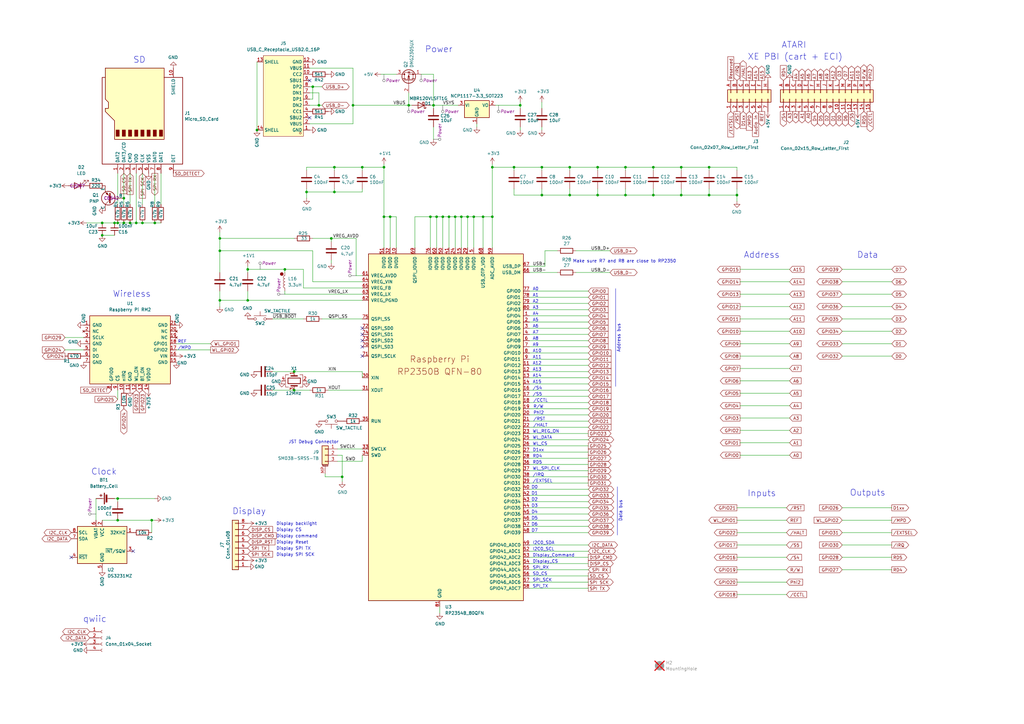
<source format=kicad_sch>
(kicad_sch (version 20250114) (generator "eeschema") (generator_version "9.0")
  (paper "A3")
  (title_block (title "DecentCart 2354B") (date "2025-10-26") (rev "3") (company "Decent Engineering"))
  (circle (center 115.57 112.395) (radius 0.635) (stroke (width 0) (color 132 0 0 1)) (fill (type color) (color 132 0 0 1)))
  (text "Clock" (at 37.338 195.072 0) (effects (font (size 2.54 2.54)) (justify left bottom)))
  (text "A6" (at 218.44 134.62 0) (effects (font (size 1.27 1.27)) (justify left bottom)))
  (text "A10" (at 218.44 144.78 0) (effects (font (size 1.27 1.27)) (justify left bottom)))
  (text "SPI_SCK" (at 218.44 238.76 0) (effects (font (size 1.27 1.27)) (justify left bottom)))
  (text "XE PBI (cart + ECI)" (at 326.136 24.892 0) (effects (font (size 2.54 2.54)) (justify bottom)))
  (text "SPI_TX" (at 218.44 241.3 0) (effects (font (size 1.27 1.27)) (justify left bottom)))
  (text "Display Reset" (at 113.284 223.266 0) (effects (font (size 1.27 1.27)) (justify left bottom)))
  (text "A7" (at 218.44 137.16 0) (effects (font (size 1.27 1.27)) (justify left bottom)))
  (text "A14" (at 218.44 154.94 0) (effects (font (size 1.27 1.27)) (justify left bottom)))
  (text "ATARI" (at 325.628 20.066 0) (effects (font (size 2.54 2.54)) (justify bottom)))
  (text "Display command" (at 113.284 220.726 0) (effects (font (size 1.27 1.27)) (justify left bottom)))
  (text "A4" (at 218.44 129.54 0) (effects (font (size 1.27 1.27)) (justify left bottom)))
  (text "WL_CS" (at 218.44 182.88 0) (effects (font (size 1.27 1.27)) (justify left bottom)))
  (text "D7" (at 217.932 218.44 0) (effects (font (size 1.27 1.27)) (justify left bottom)))
  (text "Display" (at 95.25 211.328 0) (effects (font (size 2.54 2.54)) (justify left bottom)))
  (text "A1" (at 218.44 121.92 0) (effects (font (size 1.27 1.27)) (justify left bottom)))
  (text "Address bus" (at 254.508 138.684 90) (effects (font (size 1.27 1.27)) (justify bottom)))
  (text "Data bus" (at 255.27 209.55 90) (effects (font (size 1.27 1.27)) (justify bottom)))
  (text "Display_CS" (at 218.44 231.14 0) (effects (font (size 1.27 1.27)) (justify left bottom)))
  (text "D1xx" (at 218.44 185.42 0) (effects (font (size 1.27 1.27)) (justify left bottom)))
  (text "Power" (at 174.244 21.844 0) (effects (font (size 2.54 2.54)) (justify left bottom)))
  (text "SD_CS" (at 218.44 236.22 0) (effects (font (size 1.27 1.27)) (justify left bottom)))
  (text "WL_REG_ON" (at 218.44 177.8 0) (effects (font (size 1.27 1.27)) (justify left bottom)))
  (text "WL_SPI_CLK" (at 218.44 193.04 0) (effects (font (size 1.27 1.27)) (justify left bottom)))
  (text "Inputs" (at 312.42 203.962 0) (effects (font (size 2.54 2.54)) (justify bottom)))
  (text "A8" (at 218.44 139.7 0) (effects (font (size 1.27 1.27)) (justify left bottom)))
  (text "Wireless" (at 46.228 122.174 0) (effects (font (size 2.54 2.54)) (justify left bottom)))
  (text "D2" (at 217.932 205.74 0) (effects (font (size 1.27 1.27)) (justify left bottom)))
  (text "SD" (at 54.61 26.162 0) (effects (font (size 2.54 2.54)) (justify left bottom)))
  (text "D5" (at 217.932 213.36 0) (effects (font (size 1.27 1.27)) (justify left bottom)))
  (text "A12" (at 218.44 149.86 0) (effects (font (size 1.27 1.27)) (justify left bottom)))
  (text "A3" (at 218.44 127 0) (effects (font (size 1.27 1.27)) (justify left bottom)))
  (text "A0" (at 218.44 119.38 0) (effects (font (size 1.27 1.27)) (justify left bottom)))
  (text "Make sure R7 and R8 are close to RP2350\n" (at 234.95 107.95 0) (effects (font (size 1.27 1.27)) (justify left bottom)))
  (text "/CCTL" (at 218.694 165.1 0) (effects (font (size 1.27 1.27)) (justify left bottom)))
  (text "D4" (at 217.932 210.82 0) (effects (font (size 1.27 1.27)) (justify left bottom)))
  (text "Data" (at 355.854 106.172 0) (effects (font (size 2.54 2.54)) (justify bottom)))
  (text "Display_Command" (at 218.44 228.6 0) (effects (font (size 1.27 1.27)) (justify left bottom)))
  (text "Display SPI SCK" (at 113.284 228.346 0) (effects (font (size 1.27 1.27)) (justify left bottom)))
  (text "RD4" (at 218.44 187.96 0) (effects (font (size 1.27 1.27)) (justify left bottom)))
  (text "JST Debug Connector" (at 138.938 182.118 0) (effects (font (size 1.27 1.27)) (justify right bottom)))
  (text "D1" (at 217.932 203.2 0) (effects (font (size 1.27 1.27)) (justify left bottom)))
  (text "Outputs" (at 355.854 203.708 0) (effects (font (size 2.54 2.54)) (justify bottom)))
  (text "/IRQ" (at 218.44 195.58 0) (effects (font (size 1.27 1.27)) (justify left bottom)))
  (text "Phi2" (at 218.694 170.18 0) (effects (font (size 1.27 1.27)) (justify left bottom)))
  (text "I2C0_SDA" (at 218.44 223.52 0) (effects (font (size 1.27 1.27)) (justify left bottom)))
  (text "Display SPI TX" (at 113.284 225.806 0) (effects (font (size 1.27 1.27)) (justify left bottom)))
  (text "A5" (at 218.44 132.08 0) (effects (font (size 1.27 1.27)) (justify left bottom)))
  (text "I2C0_SCL" (at 218.44 226.06 0) (effects (font (size 1.27 1.27)) (justify left bottom)))
  (text "A15" (at 218.44 157.48 0) (effects (font (size 1.27 1.27)) (justify left bottom)))
  (text "D3" (at 217.932 208.28 0) (effects (font (size 1.27 1.27)) (justify left bottom)))
  (text "WL_DATA" (at 218.44 180.34 0) (effects (font (size 1.27 1.27)) (justify left bottom)))
  (text "R/W" (at 218.694 167.64 0) (effects (font (size 1.27 1.27)) (justify left bottom)))
  (text "A9" (at 218.44 142.24 0) (effects (font (size 1.27 1.27)) (justify left bottom)))
  (text "SPI_RX" (at 218.44 233.68 0) (effects (font (size 1.27 1.27)) (justify left bottom)))
  (text "A13" (at 218.44 152.4 0) (effects (font (size 1.27 1.27)) (justify left bottom)))
  (text "A11" (at 218.44 147.32 0) (effects (font (size 1.27 1.27)) (justify left bottom)))
  (text "/MPD" (at 72.898 143.51 0) (effects (font (size 1.27 1.27)) (justify left bottom)))
  (text "/HALT" (at 218.694 175.26 0) (effects (font (size 1.27 1.27)) (justify left bottom)))
  (text "/RST" (at 218.694 172.72 0) (effects (font (size 1.27 1.27)) (justify left bottom)))
  (text "/S5" (at 218.44 162.56 0) (effects (font (size 1.27 1.27)) (justify left bottom)))
  (text "A2" (at 218.44 124.46 0) (effects (font (size 1.27 1.27)) (justify left bottom)))
  (text "D6" (at 217.932 215.9 0) (effects (font (size 1.27 1.27)) (justify left bottom)))
  (text "qwiic" (at 34.036 255.524 0) (effects (font (size 2.54 2.54)) (justify left bottom)))
  (text "Address" (at 312.42 106.172 0) (effects (font (size 2.54 2.54)) (justify bottom)))
  (text "REF" (at 72.898 140.97 0) (effects (font (size 1.27 1.27)) (justify left bottom)))
  (text "/S4" (at 218.44 160.02 0) (effects (font (size 1.27 1.27)) (justify left bottom)))
  (text "Display CS" (at 113.284 218.186 0) (effects (font (size 1.27 1.27)) (justify left bottom)))
  (text "RD5" (at 218.44 190.5 0) (effects (font (size 1.27 1.27)) (justify left bottom)))
  (text "D0" (at 217.932 200.66 0) (effects (font (size 1.27 1.27)) (justify left bottom)))
  (text "Display backlight" (at 113.284 215.646 0) (effects (font (size 1.27 1.27)) (justify left bottom)))
  (text "/EXTSEL" (at 218.44 198.12 0) (effects (font (size 1.27 1.27)) (justify left bottom)))
  (junction (at 177.8 43.18))
  (junction (at 101.6 123.19))
  (junction (at 128.27 35.56))
  (junction (at 50.8 91.44))
  (junction (at 53.34 91.44))
  (junction (at 290.83 80.01))
  (junction (at 267.97 68.58))
  (junction (at 181.61 88.9))
  (junction (at 50.8 81.28))
  (junction (at 194.31 88.9))
  (junction (at 90.17 102.87))
  (junction (at 233.68 68.58))
  (junction (at 120.65 152.4))
  (junction (at 48.26 204.47))
  (junction (at 189.23 88.9))
  (junction (at 157.48 68.58))
  (junction (at 148.59 68.58))
  (junction (at 48.26 213.36))
  (junction (at 179.07 88.9))
  (junction (at 130.81 43.18))
  (junction (at 233.68 80.01))
  (junction (at 201.93 88.9))
  (junction (at 48.26 91.44))
  (junction (at 46.99 91.44))
  (junction (at 55.88 91.44))
  (junction (at 201.93 68.58))
  (junction (at 41.91 91.44))
  (junction (at 101.6 110.49))
  (junction (at 90.17 97.79))
  (junction (at 184.15 88.9))
  (junction (at 120.65 160.02))
  (junction (at 256.54 80.01))
  (junction (at 176.53 88.9))
  (junction (at 167.64 43.18))
  (junction (at 58.42 91.44))
  (junction (at 116.84 110.49))
  (junction (at 290.83 68.58))
  (junction (at 144.78 43.18))
  (junction (at 186.69 88.9))
  (junction (at 222.25 68.58))
  (junction (at 157.48 88.9))
  (junction (at 302.26 80.01))
  (junction (at 267.97 80.01))
  (junction (at 191.77 88.9))
  (junction (at 213.36 43.18))
  (junction (at 160.02 88.9))
  (junction (at 198.12 88.9))
  (junction (at 222.25 80.01))
  (junction (at 279.4 68.58))
  (junction (at 62.23 213.36))
  (junction (at 140.335 195.58))
  (junction (at 245.11 80.01))
  (junction (at 63.5 91.44))
  (junction (at 90.17 123.19))
  (junction (at 279.4 80.01))
  (junction (at 245.11 68.58))
  (junction (at 256.54 68.58))
  (junction (at 137.16 78.74))
  (junction (at 137.16 68.58))
  (junction (at 135.89 97.79))
  (junction (at 41.91 96.52))
  (junction (at 210.82 68.58))
  (junction (at 105.41 53.34))
  (junction (at 125.73 78.74))
  (no_connect (at 127 33.02))
  (no_connect (at 148.59 139.7))
  (no_connect (at 54.61 226.06))
  (no_connect (at 148.59 137.16))
  (no_connect (at 148.59 134.62))
  (no_connect (at 148.59 146.05))
  (no_connect (at 127 48.26))
  (no_connect (at 148.59 142.24))
  (no_connect (at 29.21 228.6))
  (wire (pts (xy 146.05 97.79) (xy 146.05 113.03)))
  (wire (pts (xy 241.3 213.36) (xy 217.17 213.36)))
  (wire (pts (xy 148.59 68.58) (xy 157.48 68.58)))
  (wire (pts (xy 241.3 210.82) (xy 217.17 210.82)))
  (wire (pts (xy 148.59 160.02) (xy 134.62 160.02)))
  (wire (pts (xy 241.3 238.76) (xy 217.17 238.76)))
  (wire (pts (xy 177.8 52.07) (xy 177.8 57.15)))
  (wire (pts (xy 195.58 50.8) (xy 195.58 52.07)))
  (wire (pts (xy 128.27 40.64) (xy 128.27 35.56)))
  (wire (pts (xy 194.31 88.9) (xy 198.12 88.9)))
  (wire (pts (xy 50.8 91.44) (xy 48.26 91.44)))
  (wire (pts (xy 128.27 102.87) (xy 128.27 115.57)))
  (wire (pts (xy 198.12 101.6) (xy 198.12 88.9)))
  (wire (pts (xy 172.72 30.48) (xy 177.8 30.48)))
  (wire (pts (xy 345.44 223.52) (xy 365.76 223.52)))
  (wire (pts (xy 345.44 115.57) (xy 365.76 115.57)))
  (wire (pts (xy 127 43.18) (xy 130.81 43.18)))
  (wire (pts (xy 302.26 80.01) (xy 302.26 82.55)))
  (wire (pts (xy 213.36 44.45) (xy 213.36 43.18)))
  (wire (pts (xy 345.44 140.97) (xy 365.76 140.97)))
  (wire (pts (xy 101.6 123.19) (xy 148.59 123.19)))
  (wire (pts (xy 222.25 69.85) (xy 222.25 68.58)))
  (wire (pts (xy 241.3 160.02) (xy 217.17 160.02)))
  (wire (pts (xy 241.3 162.56) (xy 217.17 162.56)))
  (wire (pts (xy 241.3 190.5) (xy 217.17 190.5)))
  (wire (pts (xy 39.37 204.47) (xy 39.37 213.36)))
  (wire (pts (xy 236.22 102.87) (xy 250.19 102.87)))
  (wire (pts (xy 86.36 143.51) (xy 72.39 143.51)))
  (wire (pts (xy 241.3 233.68) (xy 217.17 233.68)))
  (wire (pts (xy 241.3 198.12) (xy 217.17 198.12)))
  (wire (pts (xy 125.73 69.85) (xy 125.73 68.58)))
  (wire (pts (xy 241.3 170.18) (xy 217.17 170.18)))
  (wire (pts (xy 181.61 101.6) (xy 181.61 88.9)))
  (wire (pts (xy 345.44 233.68) (xy 365.76 233.68)))
  (wire (pts (xy 184.15 88.9) (xy 186.69 88.9)))
  (wire (pts (xy 303.53 120.65) (xy 323.85 120.65)))
  (wire (pts (xy 241.3 149.86) (xy 217.17 149.86)))
  (wire (pts (xy 48.26 160.02) (xy 48.26 163.83)))
  (wire (pts (xy 128.27 115.57) (xy 148.59 115.57)))
  (wire (pts (xy 156.21 30.48) (xy 162.56 30.48)))
  (wire (pts (xy 48.26 204.47) (xy 46.99 204.47)))
  (wire (pts (xy 217.17 109.22) (xy 223.52 109.22)))
  (wire (pts (xy 303.53 166.37) (xy 323.85 166.37)))
  (wire (pts (xy 290.83 69.85) (xy 290.83 68.58)))
  (wire (pts (xy 179.07 101.6) (xy 179.07 88.9)))
  (wire (pts (xy 148.59 78.74) (xy 148.59 77.47)))
  (wire (pts (xy 241.3 205.74) (xy 217.17 205.74)))
  (wire (pts (xy 302.26 238.76) (xy 322.58 238.76)))
  (wire (pts (xy 201.93 67.31) (xy 201.93 68.58)))
  (wire (pts (xy 222.25 80.01) (xy 210.82 80.01)))
  (wire (pts (xy 233.68 80.01) (xy 222.25 80.01)))
  (wire (pts (xy 157.48 68.58) (xy 157.48 88.9)))
  (wire (pts (xy 213.36 52.07) (xy 213.36 53.34)))
  (wire (pts (xy 181.61 88.9) (xy 184.15 88.9)))
  (wire (pts (xy 302.26 213.36) (xy 322.58 213.36)))
  (wire (pts (xy 160.02 88.9) (xy 157.48 88.9)))
  (wire (pts (xy 116.84 120.65) (xy 116.84 119.38)))
  (wire (pts (xy 302.26 243.84) (xy 322.58 243.84)))
  (wire (pts (xy 267.97 77.47) (xy 267.97 80.01)))
  (wire (pts (xy 256.54 69.85) (xy 256.54 68.58)))
  (wire (pts (xy 48.26 213.36) (xy 62.23 213.36)))
  (wire (pts (xy 256.54 80.01) (xy 245.11 80.01)))
  (wire (pts (xy 303.53 156.21) (xy 323.85 156.21)))
  (wire (pts (xy 157.48 88.9) (xy 157.48 101.6)))
  (wire (pts (xy 101.6 109.22) (xy 101.6 110.49)))
  (wire (pts (xy 90.17 123.19) (xy 90.17 125.73)))
  (wire (pts (xy 303.53 115.57) (xy 323.85 115.57)))
  (wire (pts (xy 137.16 78.74) (xy 148.59 78.74)))
  (wire (pts (xy 53.34 71.12) (xy 53.34 83.82)))
  (wire (pts (xy 290.83 77.47) (xy 290.83 80.01)))
  (wire (pts (xy 303.53 146.05) (xy 323.85 146.05)))
  (wire (pts (xy 90.17 97.79) (xy 90.17 102.87)))
  (wire (pts (xy 256.54 77.47) (xy 256.54 80.01)))
  (wire (pts (xy 245.11 69.85) (xy 245.11 68.58)))
  (wire (pts (xy 210.82 77.47) (xy 210.82 80.01)))
  (wire (pts (xy 241.3 195.58) (xy 217.17 195.58)))
  (wire (pts (xy 302.26 223.52) (xy 322.58 223.52)))
  (wire (pts (xy 148.59 189.23) (xy 148.59 186.69)))
  (wire (pts (xy 279.4 69.85) (xy 279.4 68.58)))
  (wire (pts (xy 241.3 172.72) (xy 217.17 172.72)))
  (wire (pts (xy 116.84 110.49) (xy 116.84 111.76)))
  (wire (pts (xy 48.26 91.44) (xy 46.99 91.44)))
  (wire (pts (xy 128.27 35.56) (xy 132.08 35.56)))
  (wire (pts (xy 186.69 88.9) (xy 189.23 88.9)))
  (wire (pts (xy 201.93 68.58) (xy 210.82 68.58)))
  (wire (pts (xy 303.53 151.13) (xy 323.85 151.13)))
  (wire (pts (xy 127 35.56) (xy 128.27 35.56)))
  (wire (pts (xy 191.77 88.9) (xy 194.31 88.9)))
  (wire (pts (xy 101.6 119.38) (xy 101.6 123.19)))
  (wire (pts (xy 245.11 68.58) (xy 256.54 68.58)))
  (wire (pts (xy 111.76 152.4) (xy 120.65 152.4)))
  (wire (pts (xy 303.53 176.53) (xy 323.85 176.53)))
  (wire (pts (xy 241.3 119.38) (xy 217.17 119.38)))
  (wire (pts (xy 189.23 88.9) (xy 191.77 88.9)))
  (wire (pts (xy 160.02 101.6) (xy 160.02 88.9)))
  (wire (pts (xy 213.36 43.18) (xy 213.36 41.91)))
  (wire (pts (xy 290.83 68.58) (xy 302.26 68.58)))
  (wire (pts (xy 303.53 125.73) (xy 323.85 125.73)))
  (wire (pts (xy 105.41 25.4) (xy 105.41 53.34)))
  (wire (pts (xy 345.44 125.73) (xy 365.76 125.73)))
  (wire (pts (xy 303.53 110.49) (xy 323.85 110.49)))
  (wire (pts (xy 302.26 77.47) (xy 302.26 80.01)))
  (wire (pts (xy 236.22 111.76) (xy 250.19 111.76)))
  (wire (pts (xy 58.42 91.44) (xy 63.5 91.44)))
  (wire (pts (xy 144.78 43.18) (xy 144.78 27.94)))
  (wire (pts (xy 125.73 78.74) (xy 137.16 78.74)))
  (wire (pts (xy 53.34 91.44) (xy 55.88 91.44)))
  (wire (pts (xy 63.5 204.47) (xy 48.26 204.47)))
  (wire (pts (xy 125.73 77.47) (xy 125.73 78.74)))
  (wire (pts (xy 222.25 68.58) (xy 233.68 68.58)))
  (wire (pts (xy 177.8 30.48) (xy 177.8 43.18)))
  (wire (pts (xy 55.88 91.44) (xy 58.42 91.44)))
  (wire (pts (xy 233.68 68.58) (xy 245.11 68.58)))
  (wire (pts (xy 90.17 119.38) (xy 90.17 123.19)))
  (wire (pts (xy 46.99 96.52) (xy 41.91 96.52)))
  (wire (pts (xy 223.52 102.87) (xy 223.52 109.22)))
  (wire (pts (xy 303.53 161.29) (xy 323.85 161.29)))
  (wire (pts (xy 267.97 68.58) (xy 279.4 68.58)))
  (wire (pts (xy 116.84 120.65) (xy 148.59 120.65)))
  (wire (pts (xy 194.31 88.9) (xy 194.31 101.6)))
  (wire (pts (xy 184.15 101.6) (xy 184.15 88.9)))
  (wire (pts (xy 86.36 140.97) (xy 72.39 140.97)))
  (wire (pts (xy 62.23 213.36) (xy 62.23 218.44)))
  (wire (pts (xy 241.3 165.1) (xy 217.17 165.1)))
  (wire (pts (xy 241.3 139.7) (xy 217.17 139.7)))
  (wire (pts (xy 303.53 171.45) (xy 323.85 171.45)))
  (wire (pts (xy 241.3 124.46) (xy 217.17 124.46)))
  (wire (pts (xy 345.44 146.05) (xy 365.76 146.05)))
  (wire (pts (xy 345.44 120.65) (xy 365.76 120.65)))
  (wire (pts (xy 167.64 43.18) (xy 168.91 43.18)))
  (wire (pts (xy 46.99 91.44) (xy 41.91 91.44)))
  (wire (pts (xy 223.52 102.87) (xy 228.6 102.87)))
  (wire (pts (xy 48.26 204.47) (xy 48.26 205.74)))
  (wire (pts (xy 148.59 118.11) (xy 124.46 118.11)))
  (wire (pts (xy 241.3 142.24) (xy 217.17 142.24)))
  (wire (pts (xy 191.77 101.6) (xy 191.77 88.9)))
  (wire (pts (xy 241.3 147.32) (xy 217.17 147.32)))
  (wire (pts (xy 26.67 143.51) (xy 34.29 143.51)))
  (wire (pts (xy 241.3 121.92) (xy 217.17 121.92)))
  (wire (pts (xy 303.53 130.81) (xy 323.85 130.81)))
  (wire (pts (xy 180.34 248.92) (xy 180.34 251.46)))
  (wire (pts (xy 55.88 91.44) (xy 55.88 71.12)))
  (wire (pts (xy 241.3 137.16) (xy 217.17 137.16)))
  (wire (pts (xy 132.08 130.81) (xy 148.59 130.81)))
  (wire (pts (xy 198.12 88.9) (xy 201.93 88.9)))
  (wire (pts (xy 133.35 194.31) (xy 133.35 195.58)))
  (wire (pts (xy 203.2 43.18) (xy 213.36 43.18)))
  (wire (pts (xy 345.44 135.89) (xy 365.76 135.89)))
  (wire (pts (xy 241.3 167.64) (xy 217.17 167.64)))
  (wire (pts (xy 135.89 97.79) (xy 146.05 97.79)))
  (wire (pts (xy 303.53 135.89) (xy 323.85 135.89)))
  (wire (pts (xy 345.44 110.49) (xy 365.76 110.49)))
  (wire (pts (xy 124.46 118.11) (xy 124.46 110.49)))
  (wire (pts (xy 41.91 213.36) (xy 48.26 213.36)))
  (wire (pts (xy 144.78 50.8) (xy 144.78 43.18)))
  (wire (pts (xy 138.43 184.15) (xy 148.59 184.15)))
  (wire (pts (xy 176.53 88.9) (xy 179.07 88.9)))
  (wire (pts (xy 125.73 78.74) (xy 125.73 81.28)))
  (wire (pts (xy 302.26 208.28) (xy 322.58 208.28)))
  (wire (pts (xy 124.46 130.81) (xy 111.76 130.81)))
  (wire (pts (xy 241.3 187.96) (xy 217.17 187.96)))
  (wire (pts (xy 148.59 152.4) (xy 148.59 154.94)))
  (wire (pts (xy 241.3 157.48) (xy 217.17 157.48)))
  (wire (pts (xy 222.25 52.07) (xy 222.25 53.34)))
  (wire (pts (xy 138.43 189.23) (xy 148.59 189.23)))
  (wire (pts (xy 177.8 44.45) (xy 177.8 43.18)))
  (wire (pts (xy 101.6 111.76) (xy 101.6 110.49)))
  (wire (pts (xy 290.83 80.01) (xy 279.4 80.01)))
  (wire (pts (xy 241.3 175.26) (xy 217.17 175.26)))
  (wire (pts (xy 120.65 152.4) (xy 148.59 152.4)))
  (wire (pts (xy 241.3 203.2) (xy 217.17 203.2)))
  (wire (pts (xy 137.16 68.58) (xy 148.59 68.58)))
  (wire (pts (xy 140.335 186.69) (xy 140.335 195.58)))
  (wire (pts (xy 125.73 68.58) (xy 137.16 68.58)))
  (wire (pts (xy 241.3 185.42) (xy 217.17 185.42)))
  (wire (pts (xy 302.26 228.6) (xy 322.58 228.6)))
  (wire (pts (xy 130.81 43.18) (xy 132.08 43.18)))
  (wire (pts (xy 135.89 107.95) (xy 135.89 106.68)))
  (wire (pts (xy 124.46 110.49) (xy 116.84 110.49)))
  (wire (pts (xy 170.18 101.6) (xy 170.18 88.9)))
  (wire (pts (xy 241.3 226.06) (xy 217.17 226.06)))
  (wire (pts (xy 222.25 77.47) (xy 222.25 80.01)))
  (wire (pts (xy 127 50.8) (xy 144.78 50.8)))
  (wire (pts (xy 127 40.64) (xy 128.27 40.64)))
  (wire (pts (xy 217.17 111.76) (xy 228.6 111.76)))
  (wire (pts (xy 241.3 193.04) (xy 217.17 193.04)))
  (wire (pts (xy 233.68 69.85) (xy 233.68 68.58)))
  (wire (pts (xy 63.5 91.44) (xy 66.04 91.44)))
  (wire (pts (xy 267.97 80.01) (xy 256.54 80.01)))
  (wire (pts (xy 279.4 77.47) (xy 279.4 80.01)))
  (wire (pts (xy 127 38.1) (xy 130.81 38.1)))
  (wire (pts (xy 167.64 38.1) (xy 167.64 43.18)))
  (wire (pts (xy 256.54 68.58) (xy 267.97 68.58)))
  (wire (pts (xy 179.07 88.9) (xy 181.61 88.9)))
  (wire (pts (xy 135.89 97.79) (xy 135.89 99.06)))
  (wire (pts (xy 210.82 68.58) (xy 222.25 68.58)))
  (wire (pts (xy 130.81 38.1) (xy 130.81 43.18)))
  (wire (pts (xy 241.3 236.22) (xy 217.17 236.22)))
  (wire (pts (xy 157.48 67.31) (xy 157.48 68.58)))
  (wire (pts (xy 50.8 91.44) (xy 53.34 91.44)))
  (polyline (pts (xy 253.238 199.644) (xy 253.238 219.456)))
  (wire (pts (xy 345.44 228.6) (xy 365.76 228.6)))
  (wire (pts (xy 241.3 129.54) (xy 217.17 129.54)))
  (wire (pts (xy 267.97 69.85) (xy 267.97 68.58)))
  (wire (pts (xy 245.11 80.01) (xy 233.68 80.01)))
  (wire (pts (xy 241.3 154.94) (xy 217.17 154.94)))
  (wire (pts (xy 50.8 81.28) (xy 50.8 83.82)))
  (wire (pts (xy 345.44 208.28) (xy 365.76 208.28)))
  (polyline (pts (xy 252.476 118.364) (xy 252.476 158.496)))
  (wire (pts (xy 62.23 213.36) (xy 63.5 213.36)))
  (wire (pts (xy 148.59 69.85) (xy 148.59 68.58)))
  (wire (pts (xy 241.3 231.14) (xy 217.17 231.14)))
  (wire (pts (xy 241.3 180.34) (xy 217.17 180.34)))
  (wire (pts (xy 160.02 88.9) (xy 162.56 88.9)))
  (wire (pts (xy 35.56 91.44) (xy 41.91 91.44)))
  (wire (pts (xy 241.3 215.9) (xy 217.17 215.9)))
  (wire (pts (xy 210.82 69.85) (xy 210.82 68.58)))
  (wire (pts (xy 111.76 160.02) (xy 120.65 160.02)))
  (wire (pts (xy 66.04 71.12) (xy 66.04 83.82)))
  (wire (pts (xy 241.3 208.28) (xy 217.17 208.28)))
  (wire (pts (xy 90.17 95.25) (xy 90.17 97.79)))
  (wire (pts (xy 176.53 101.6) (xy 176.53 88.9)))
  (wire (pts (xy 187.96 43.18) (xy 177.8 43.18)))
  (wire (pts (xy 63.5 71.12) (xy 63.5 83.82)))
  (wire (pts (xy 279.4 68.58) (xy 290.83 68.58)))
  (wire (pts (xy 176.53 43.18) (xy 177.8 43.18)))
  (wire (pts (xy 241.3 132.08) (xy 217.17 132.08)))
  (wire (pts (xy 303.53 181.61) (xy 323.85 181.61)))
  (wire (pts (xy 48.26 71.12) (xy 48.26 83.82)))
  (wire (pts (xy 241.3 182.88) (xy 217.17 182.88)))
  (wire (pts (xy 241.3 134.62) (xy 217.17 134.62)))
  (wire (pts (xy 137.16 69.85) (xy 137.16 68.58)))
  (wire (pts (xy 140.335 195.58) (xy 140.335 197.485)))
  (wire (pts (xy 201.93 88.9) (xy 201.93 101.6)))
  (wire (pts (xy 279.4 80.01) (xy 267.97 80.01)))
  (wire (pts (xy 241.3 144.78) (xy 217.17 144.78)))
  (wire (pts (xy 26.67 138.43) (xy 34.29 138.43)))
  (wire (pts (xy 170.18 88.9) (xy 176.53 88.9)))
  (wire (pts (xy 241.3 177.8) (xy 217.17 177.8)))
  (wire (pts (xy 222.25 41.91) (xy 222.25 44.45)))
  (wire (pts (xy 245.11 77.47) (xy 245.11 80.01)))
  (wire (pts (xy 128.27 97.79) (xy 135.89 97.79)))
  (wire (pts (xy 201.93 68.58) (xy 201.93 88.9)))
  (wire (pts (xy 345.44 213.36) (xy 365.76 213.36)))
  (wire (pts (xy 241.3 152.4) (xy 217.17 152.4)))
  (wire (pts (xy 120.65 160.02) (xy 127 160.02)))
  (wire (pts (xy 302.26 80.01) (xy 290.83 80.01)))
  (wire (pts (xy 90.17 97.79) (xy 120.65 97.79)))
  (wire (pts (xy 101.6 110.49) (xy 116.84 110.49)))
  (wire (pts (xy 241.3 223.52) (xy 217.17 223.52)))
  (wire (pts (xy 127 27.94) (xy 144.78 27.94)))
  (wire (pts (xy 241.3 228.6) (xy 217.17 228.6)))
  (wire (pts (xy 146.05 113.03) (xy 148.59 113.03)))
  (wire (pts (xy 345.44 130.81) (xy 365.76 130.81)))
  (wire (pts (xy 241.3 241.3) (xy 217.17 241.3)))
  (wire (pts (xy 140.335 195.58) (xy 133.35 195.58)))
  (wire (pts (xy 302.26 218.44) (xy 322.58 218.44)))
  (wire (pts (xy 58.42 71.12) (xy 58.42 83.82)))
  (wire (pts (xy 217.17 218.44) (xy 241.3 218.44)))
  (wire (pts (xy 90.17 102.87) (xy 90.17 111.76)))
  (wire (pts (xy 241.3 200.66) (xy 217.17 200.66)))
  (wire (pts (xy 303.53 186.69) (xy 323.85 186.69)))
  (wire (pts (xy 90.17 102.87) (xy 128.27 102.87)))
  (wire (pts (xy 50.8 71.12) (xy 50.8 81.28)))
  (wire (pts (xy 345.44 218.44) (xy 365.76 218.44)))
  (wire (pts (xy 189.23 88.9) (xy 189.23 101.6)))
  (wire (pts (xy 241.3 127) (xy 217.17 127)))
  (wire (pts (xy 144.78 43.18) (xy 167.64 43.18)))
  (wire (pts (xy 137.16 77.47) (xy 137.16 78.74)))
  (wire (pts (xy 162.56 88.9) (xy 162.56 101.6)))
  (wire (pts (xy 303.53 140.97) (xy 323.85 140.97)))
  (wire (pts (xy 302.26 233.68) (xy 322.58 233.68)))
  (wire (pts (xy 302.26 69.85) (xy 302.26 68.58)))
  (wire (pts (xy 138.43 186.69) (xy 140.335 186.69)))
  (wire (pts (xy 90.17 123.19) (xy 101.6 123.19)))
  (wire (pts (xy 233.68 77.47) (xy 233.68 80.01)))
  (wire (pts (xy 186.69 101.6) (xy 186.69 88.9)))
  (label "USB+" (at 218.44 109.22 0))
  (label "XOUT" (at 134.62 160.02 0))
  (label "XIN" (at 134.62 152.4 0))
  (label "QSPI_SS" (at 134.62 130.81 0))
  (label "USB_D+" (at 250.19 102.87 180))
  (label "VSYS" (at 181.61 43.18 0))
  (label "SWD" (at 145.796 189.23 180))
  (label "USB_D-" (at 250.19 111.76 180))
  (label "SWCLK" (at 145.796 184.15 180))
  (label "VBUS" (at 161.29 43.18 0))
  (label "~{USB_BOOT}" (at 111.76 130.81 0))
  (label "VREG_LX" (at 134.62 120.65 0))
  (label "VREG_AVDD" (at 136.525 97.79 0))
  (label "USB-" (at 218.44 111.76 0))
  (global_label "A2" (shape input) (at 323.85 176.53 0) (property "Intersheetrefs" "${INTERSHEET_REFS}" (effects (hide yes))))
  (global_label "GPIO8" (shape input) (at 241.3 139.7 0) (property "Intersheetrefs" "${INTERSHEET_REFS}" (effects (hide yes))))
  (global_label "GPIO32" (shape bidirectional) (at 345.44 146.05 180) (property "Intersheetrefs" "${INTERSHEET_REFS}" (effects (hide yes))))
  (global_label "GPIO22" (shape input) (at 241.3 175.26 0) (property "Intersheetrefs" "${INTERSHEET_REFS}" (effects (hide yes))))
  (global_label "GPIO1" (shape output) (at 303.53 181.61 180) (property "Intersheetrefs" "${INTERSHEET_REFS}" (effects (hide yes))))
  (global_label "GPIO21" (shape input) (at 241.3 172.72 0) (property "Intersheetrefs" "${INTERSHEET_REFS}" (effects (hide yes))))
  (global_label "GPIO34" (shape bidirectional) (at 241.3 205.74 0) (property "Intersheetrefs" "${INTERSHEET_REFS}" (effects (hide yes))))
  (global_label "GPIO24" (shape bidirectional) (at 241.3 180.34 0) (property "Intersheetrefs" "${INTERSHEET_REFS}" (effects (hide yes))))
  (global_label "WL_GPIO2" (shape input) (at 345.44 213.36 180) (property "Intersheetrefs" "${INTERSHEET_REFS}" (effects (hide yes))))
  (global_label "GPIO10" (shape input) (at 241.3 144.78 0) (property "Intersheetrefs" "${INTERSHEET_REFS}" (effects (hide yes))))
  (global_label "GPIO27" (shape output) (at 241.3 187.96 0) (property "Intersheetrefs" "${INTERSHEET_REFS}" (effects (hide yes))))
  (global_label "RD4" (shape input) (at 321.31 33.02 90) (property "Intersheetrefs" "${INTERSHEET_REFS}" (effects (hide yes))))
  (global_label "GPIO18" (shape input) (at 241.3 165.1 0) (property "Intersheetrefs" "${INTERSHEET_REFS}" (effects (hide yes))))
  (global_label "RD4" (shape output) (at 365.76 233.68 0) (property "Intersheetrefs" "${INTERSHEET_REFS}" (effects (hide yes))))
  (global_label "GPIO36" (shape bidirectional) (at 345.44 125.73 180) (property "Intersheetrefs" "${INTERSHEET_REFS}" (effects (hide yes))))
  (global_label "GPIO6" (shape output) (at 303.53 156.21 180) (property "Intersheetrefs" "${INTERSHEET_REFS}" (effects (hide yes))))
  (global_label "I2C_DATA" (shape bidirectional) (at 36.83 261.62 180) (property "Intersheetrefs" "${INTERSHEET_REFS}" (effects (hide yes))))
  (global_label "GPIO19" (shape input) (at 241.3 167.64 0) (property "Intersheetrefs" "${INTERSHEET_REFS}" (effects (hide yes))))
  (global_label "GPIO30" (shape output) (at 241.3 195.58 0) (property "Intersheetrefs" "${INTERSHEET_REFS}" (effects (hide yes))))
  (global_label "RD5" (shape input) (at 354.33 45.72 270) (property "Intersheetrefs" "${INTERSHEET_REFS}" (effects (hide yes))))
  (global_label "USB_D+" (shape bidirectional) (at 132.08 35.56 0) (property "Intersheetrefs" "${INTERSHEET_REFS}" (effects (hide yes))))
  (global_label "A2" (shape output) (at 326.39 45.72 270) (property "Intersheetrefs" "${INTERSHEET_REFS}" (effects (hide yes))))
  (global_label "Audio in" (shape input) (at 309.88 45.72 270) (property "Intersheetrefs" "${INTERSHEET_REFS}" (effects (hide yes))))
  (global_label "GPIO9" (shape output) (at 303.53 140.97 180) (property "Intersheetrefs" "${INTERSHEET_REFS}" (effects (hide yes))))
  (global_label "A3" (shape output) (at 323.85 45.72 270) (property "Intersheetrefs" "${INTERSHEET_REFS}" (effects (hide yes))))
  (global_label "GPIO13" (shape output) (at 303.53 120.65 180) (property "Intersheetrefs" "${INTERSHEET_REFS}" (effects (hide yes))))
  (global_label "GPIO3" (shape input) (at 241.3 127 0) (property "Intersheetrefs" "${INTERSHEET_REFS}" (effects (hide yes))))
  (global_label "/HALT" (shape output) (at 304.8 33.02 90) (property "Intersheetrefs" "${INTERSHEET_REFS}" (effects (hide yes))))
  (global_label "R/W" (shape output) (at 354.33 33.02 90) (property "Intersheetrefs" "${INTERSHEET_REFS}" (effects (hide yes))))
  (global_label "/RST" (shape output) (at 302.26 45.72 270) (property "Intersheetrefs" "${INTERSHEET_REFS}" (effects (hide yes))))
  (global_label "A13" (shape output) (at 307.34 33.02 90) (property "Intersheetrefs" "${INTERSHEET_REFS}" (effects (hide yes))))
  (global_label "SD_CS" (shape input) (at 50.8 71.12 270) (property "Intersheetrefs" "${INTERSHEET_REFS}" (effects (hide yes))))
  (global_label "DISP_CMD" (shape input) (at 101.6 219.71 0) (property "Intersheetrefs" "${INTERSHEET_REFS}" (effects (hide yes))))
  (global_label "D5" (shape bidirectional) (at 336.55 45.72 270) (property "Intersheetrefs" "${INTERSHEET_REFS}" (effects (hide yes))))
  (global_label "D6" (shape bidirectional) (at 346.71 45.72 270) (property "Intersheetrefs" "${INTERSHEET_REFS}" (effects (hide yes))))
  (global_label "I2C_CLK" (shape bidirectional) (at 36.83 259.08 180) (property "Intersheetrefs" "${INTERSHEET_REFS}" (effects (hide yes))))
  (global_label "GPIO6" (shape input) (at 241.3 134.62 0) (property "Intersheetrefs" "${INTERSHEET_REFS}" (effects (hide yes))))
  (global_label "D2" (shape bidirectional) (at 339.09 45.72 270) (property "Intersheetrefs" "${INTERSHEET_REFS}" (effects (hide yes))))
  (global_label "D1" (shape bidirectional) (at 365.76 140.97 0) (property "Intersheetrefs" "${INTERSHEET_REFS}" (effects (hide yes))))
  (global_label "GPIO7" (shape output) (at 303.53 151.13 180) (property "Intersheetrefs" "${INTERSHEET_REFS}" (effects (hide yes))))
  (global_label "GPIO28" (shape input) (at 345.44 228.6 180) (property "Intersheetrefs" "${INTERSHEET_REFS}" (effects (hide yes))))
  (global_label "GPIO8" (shape output) (at 303.53 146.05 180) (property "Intersheetrefs" "${INTERSHEET_REFS}" (effects (hide yes))))
  (global_label "GPIO31" (shape output) (at 241.3 198.12 0) (property "Intersheetrefs" "${INTERSHEET_REFS}" (effects (hide yes))))
  (global_label "GPIO39" (shape bidirectional) (at 241.3 218.44 0) (property "Intersheetrefs" "${INTERSHEET_REFS}" (effects (hide yes))))
  (global_label "GPIO15" (shape output) (at 303.53 110.49 180) (property "Intersheetrefs" "${INTERSHEET_REFS}" (effects (hide yes))))
  (global_label "GPIO24" (shape input) (at 26.67 143.51 180) (property "Intersheetrefs" "${INTERSHEET_REFS}" (effects (hide yes))))
  (global_label "A15" (shape input) (at 323.85 110.49 0) (property "Intersheetrefs" "${INTERSHEET_REFS}" (effects (hide yes))))
  (global_label "GPIO23" (shape input) (at 55.88 160.02 270) (property "Intersheetrefs" "${INTERSHEET_REFS}" (effects (hide yes))))
  (global_label "GPIO29" (shape input) (at 26.67 138.43 180) (property "Intersheetrefs" "${INTERSHEET_REFS}" (effects (hide yes))))
  (global_label "GPIO38" (shape bidirectional) (at 345.44 115.57 180) (property "Intersheetrefs" "${INTERSHEET_REFS}" (effects (hide yes))))
  (global_label "GPIO33" (shape bidirectional) (at 241.3 203.2 0) (property "Intersheetrefs" "${INTERSHEET_REFS}" (effects (hide yes))))
  (global_label "A13" (shape input) (at 323.85 120.65 0) (property "Intersheetrefs" "${INTERSHEET_REFS}" (effects (hide yes))))
  (global_label "Reserved" (shape passive) (at 299.72 33.02 90) (property "Intersheetrefs" "${INTERSHEET_REFS}" (effects (hide yes))))
  (global_label "/MPD" (shape output) (at 365.76 213.36 0) (property "Intersheetrefs" "${INTERSHEET_REFS}" (effects (hide yes))))
  (global_label "DISP_CS" (shape output) (at 241.3 231.14 0) (property "Intersheetrefs" "${INTERSHEET_REFS}" (effects (hide yes))))
  (global_label "GPIO20" (shape output) (at 302.26 238.76 180) (property "Intersheetrefs" "${INTERSHEET_REFS}" (effects (hide yes))))
  (global_label "A11" (shape input) (at 323.85 130.81 0) (property "Intersheetrefs" "${INTERSHEET_REFS}" (effects (hide yes))))
  (global_label "WL_GPIO1" (shape input) (at 86.36 140.97 0) (property "Intersheetrefs" "${INTERSHEET_REFS}" (effects (hide yes))))
  (global_label "D5" (shape bidirectional) (at 365.76 120.65 0) (property "Intersheetrefs" "${INTERSHEET_REFS}" (effects (hide yes))))
  (global_label "I2C_DATA" (shape bidirectional) (at 29.21 220.98 180) (property "Intersheetrefs" "${INTERSHEET_REFS}" (effects (hide yes))))
  (global_label "GPIO26" (shape output) (at 241.3 185.42 0) (property "Intersheetrefs" "${INTERSHEET_REFS}" (effects (hide yes))))
  (global_label "GPIO24" (shape bidirectional) (at 50.8 167.64 270) (property "Intersheetrefs" "${INTERSHEET_REFS}" (effects (hide yes))))
  (global_label "GPIO0" (shape input) (at 241.3 119.38 0) (property "Intersheetrefs" "${INTERSHEET_REFS}" (effects (hide yes))))
  (global_label "SPI TX" (shape input) (at 101.6 224.79 0) (property "Intersheetrefs" "${INTERSHEET_REFS}" (effects (hide yes))))
  (global_label "A10" (shape output) (at 351.79 33.02 90) (property "Intersheetrefs" "${INTERSHEET_REFS}" (effects (hide yes))))
  (global_label "GPIO16" (shape input) (at 241.3 160.02 0) (property "Intersheetrefs" "${INTERSHEET_REFS}" (effects (hide yes))))
  (global_label "GPIO10" (shape output) (at 303.53 135.89 180) (property "Intersheetrefs" "${INTERSHEET_REFS}" (effects (hide yes))))
  (global_label "GPIO17" (shape input) (at 241.3 162.56 0) (property "Intersheetrefs" "${INTERSHEET_REFS}" (effects (hide yes))))
  (global_label "A6" (shape input) (at 323.85 156.21 0) (property "Intersheetrefs" "${INTERSHEET_REFS}" (effects (hide yes))))
  (global_label "D1" (shape bidirectional) (at 341.63 45.72 270) (property "Intersheetrefs" "${INTERSHEET_REFS}" (effects (hide yes))))
  (global_label "GPIO14" (shape output) (at 303.53 115.57 180) (property "Intersheetrefs" "${INTERSHEET_REFS}" (effects (hide yes))))
  (global_label "D3" (shape bidirectional) (at 365.76 130.81 0) (property "Intersheetrefs" "${INTERSHEET_REFS}" (effects (hide yes))))
  (global_label "SPI SCK" (shape input) (at 58.42 71.12 270) (property "Intersheetrefs" "${INTERSHEET_REFS}" (effects (hide yes))))
  (global_label "GPIO25" (shape output) (at 241.3 182.88 0) (property "Intersheetrefs" "${INTERSHEET_REFS}" (effects (hide yes))))
  (global_label "GPIO30" (shape input) (at 345.44 223.52 180) (property "Intersheetrefs" "${INTERSHEET_REFS}" (effects (hide yes))))
  (global_label "USB_D-" (shape bidirectional) (at 250.19 111.76 0) (property "Intersheetrefs" "${INTERSHEET_REFS}" (effects (hide yes))))
  (global_label "Phi2" (shape input) (at 322.58 238.76 0) (property "Intersheetrefs" "${INTERSHEET_REFS}" (effects (hide yes))))
  (global_label "A5" (shape output) (at 328.93 33.02 90) (property "Intersheetrefs" "${INTERSHEET_REFS}" (effects (hide yes))))
  (global_label "D0" (shape bidirectional) (at 344.17 45.72 270) (property "Intersheetrefs" "${INTERSHEET_REFS}" (effects (hide yes))))
  (global_label "SPI TX" (shape output) (at 241.3 241.3 0) (property "Intersheetrefs" "${INTERSHEET_REFS}" (effects (hide yes))))
  (global_label "/S4" (shape output) (at 321.31 45.72 270) (property "Intersheetrefs" "${INTERSHEET_REFS}" (effects (hide yes))))
  (global_label "SD_DETECT" (shape output) (at 71.12 71.12 0) (property "Intersheetrefs" "${INTERSHEET_REFS}" (effects (hide yes))))
  (global_label "D0" (shape bidirectional) (at 365.76 146.05 0) (property "Intersheetrefs" "${INTERSHEET_REFS}" (effects (hide yes))))
  (global_label "GPIO11" (shape output) (at 303.53 130.81 180) (property "Intersheetrefs" "${INTERSHEET_REFS}" (effects (hide yes))))
  (global_label "/S4" (shape input) (at 322.58 228.6 0) (property "Intersheetrefs" "${INTERSHEET_REFS}" (effects (hide yes))))
  (global_label "GPIO23" (shape input) (at 58.42 160.02 270) (property "Intersheetrefs" "${INTERSHEET_REFS}" (effects (hide yes))))
  (global_label "GPIO11" (shape input) (at 241.3 147.32 0) (property "Intersheetrefs" "${INTERSHEET_REFS}" (effects (hide yes))))
  (global_label "SPI RX" (shape input) (at 241.3 233.68 0) (property "Intersheetrefs" "${INTERSHEET_REFS}" (effects (hide yes))))
  (global_label "D4" (shape bidirectional) (at 334.01 45.72 270) (property "Intersheetrefs" "${INTERSHEET_REFS}" (effects (hide yes))))
  (global_label "D1xx" (shape output) (at 365.76 208.28 0) (property "Intersheetrefs" "${INTERSHEET_REFS}" (effects (hide yes))))
  (global_label "/S5" (shape output) (at 349.25 45.72 270) (property "Intersheetrefs" "${INTERSHEET_REFS}" (effects (hide yes))))
  (global_label "GPIO34" (shape bidirectional) (at 345.44 135.89 180) (property "Intersheetrefs" "${INTERSHEET_REFS}" (effects (hide yes))))
  (global_label "SPI SCK" (shape output) (at 241.3 238.76 0) (property "Intersheetrefs" "${INTERSHEET_REFS}" (effects (hide yes))))
  (global_label "/IRQ" (shape output) (at 365.76 223.52 0) (property "Intersheetrefs" "${INTERSHEET_REFS}" (effects (hide yes))))
  (global_label "GPIO9" (shape input) (at 241.3 142.24 0) (property "Intersheetrefs" "${INTERSHEET_REFS}" (effects (hide yes))))
  (global_label "A11" (shape output) (at 349.25 33.02 90) (property "Intersheetrefs" "${INTERSHEET_REFS}" (effects (hide yes))))
  (global_label "GPIO20" (shape input) (at 241.3 170.18 0) (property "Intersheetrefs" "${INTERSHEET_REFS}" (effects (hide yes))))
  (global_label "A5" (shape input) (at 323.85 161.29 0) (property "Intersheetrefs" "${INTERSHEET_REFS}" (effects (hide yes))))
  (global_label "A0" (shape output) (at 331.47 45.72 270) (property "Intersheetrefs" "${INTERSHEET_REFS}" (effects (hide yes))))
  (global_label "GPIO29" (shape output) (at 241.3 193.04 0) (property "Intersheetrefs" "${INTERSHEET_REFS}" (effects (hide yes))))
  (global_label "GPIO31" (shape input) (at 345.44 218.44 180) (property "Intersheetrefs" "${INTERSHEET_REFS}" (effects (hide yes))))
  (global_label "A1" (shape output) (at 328.93 45.72 270) (property "Intersheetrefs" "${INTERSHEET_REFS}" (effects (hide yes))))
  (global_label "A0" (shape input) (at 323.85 186.69 0) (property "Intersheetrefs" "${INTERSHEET_REFS}" (effects (hide yes))))
  (global_label "/IRQ" (shape input) (at 302.26 33.02 90) (property "Intersheetrefs" "${INTERSHEET_REFS}" (effects (hide yes))))
  (global_label "GPIO22" (shape output) (at 302.26 218.44 180) (property "Intersheetrefs" "${INTERSHEET_REFS}" (effects (hide yes))))
  (global_label "I2C_DATA" (shape bidirectional) (at 241.3 223.52 0) (property "Intersheetrefs" "${INTERSHEET_REFS}" (effects (hide yes))))
  (global_label "GPIO35" (shape bidirectional) (at 345.44 130.81 180) (property "Intersheetrefs" "${INTERSHEET_REFS}" (effects (hide yes))))
  (global_label "GPIO12" (shape input) (at 241.3 149.86 0) (property "Intersheetrefs" "${INTERSHEET_REFS}" (effects (hide yes))))
  (global_label "/MPD" (shape input) (at 307.34 45.72 270) (property "Intersheetrefs" "${INTERSHEET_REFS}" (effects (hide yes))))
  (global_label "GPIO26" (shape input) (at 345.44 208.28 180) (property "Intersheetrefs" "${INTERSHEET_REFS}" (effects (hide yes))))
  (global_label "D7" (shape bidirectional) (at 365.76 110.49 0) (property "Intersheetrefs" "${INTERSHEET_REFS}" (effects (hide yes))))
  (global_label "A12" (shape output) (at 341.63 33.02 90) (property "Intersheetrefs" "${INTERSHEET_REFS}" (effects (hide yes))))
  (global_label "GPIO5" (shape output) (at 303.53 161.29 180) (property "Intersheetrefs" "${INTERSHEET_REFS}" (effects (hide yes))))
  (global_label "SPI TX" (shape input) (at 53.34 71.12 270) (property "Intersheetrefs" "${INTERSHEET_REFS}" (effects (hide yes))))
  (global_label "A3" (shape input) (at 323.85 171.45 0) (property "Intersheetrefs" "${INTERSHEET_REFS}" (effects (hide yes))))
  (global_label "SD_DETECT" (shape input) (at 45.72 160.02 180) (property "Intersheetrefs" "${INTERSHEET_REFS}" (effects (hide yes))))
  (global_label "A14" (shape output) (at 309.88 33.02 90) (property "Intersheetrefs" "${INTERSHEET_REFS}" (effects (hide yes))))
  (global_label "GPIO27" (shape input) (at 345.44 233.68 180) (property "Intersheetrefs" "${INTERSHEET_REFS}" (effects (hide yes))))
  (global_label "GPIO39" (shape bidirectional) (at 345.44 110.49 180) (property "Intersheetrefs" "${INTERSHEET_REFS}" (effects (hide yes))))
  (global_label "GPIO2" (shape output) (at 303.53 176.53 180) (property "Intersheetrefs" "${INTERSHEET_REFS}" (effects (hide yes))))
  (global_label "A7" (shape output) (at 334.01 33.02 90) (property "Intersheetrefs" "${INTERSHEET_REFS}" (effects (hide yes))))
  (global_label "/EXTSEL" (shape input) (at 299.72 45.72 270) (property "Intersheetrefs" "${INTERSHEET_REFS}" (effects (hide yes))))
  (global_label "A10" (shape input) (at 323.85 135.89 0) (property "Intersheetrefs" "${INTERSHEET_REFS}" (effects (hide yes))))
  (global_label "GPIO35" (shape bidirectional) (at 241.3 208.28 0) (property "Intersheetrefs" "${INTERSHEET_REFS}" (effects (hide yes))))
  (global_label "A9" (shape input) (at 323.85 140.97 0) (property "Intersheetrefs" "${INTERSHEET_REFS}" (effects (hide yes))))
  (global_label "GPIO15" (shape input) (at 241.3 157.48 0) (property "Intersheetrefs" "${INTERSHEET_REFS}" (effects (hide yes))))
  (global_label "A4" (shape output) (at 326.39 33.02 90) (property "Intersheetrefs" "${INTERSHEET_REFS}" (effects (hide yes))))
  (global_label "REF" (shape output) (at 312.42 45.72 270) (property "Intersheetrefs" "${INTERSHEET_REFS}" (effects (hide yes))))
  (global_label "A14" (shape input) (at 323.85 115.57 0) (property "Intersheetrefs" "${INTERSHEET_REFS}" (effects (hide yes))))
  (global_label "GPIO23" (shape output) (at 241.3 177.8 0) (property "Intersheetrefs" "${INTERSHEET_REFS}" (effects (hide yes))))
  (global_label "GPIO4" (shape output) (at 303.53 166.37 180) (property "Intersheetrefs" "${INTERSHEET_REFS}" (effects (hide yes))))
  (global_label "I2C_CLK" (shape bidirectional) (at 241.3 226.06 0) (property "Intersheetrefs" "${INTERSHEET_REFS}" (effects (hide yes))))
  (global_label "GPIO36" (shape bidirectional) (at 241.3 210.82 0) (property "Intersheetrefs" "${INTERSHEET_REFS}" (effects (hide yes))))
  (global_label "A1" (shape input) (at 323.85 181.61 0) (property "Intersheetrefs" "${INTERSHEET_REFS}" (effects (hide yes))))
  (global_label "GPIO4" (shape input) (at 241.3 129.54 0) (property "Intersheetrefs" "${INTERSHEET_REFS}" (effects (hide yes))))
  (global_label "A8" (shape input) (at 323.85 146.05 0) (property "Intersheetrefs" "${INTERSHEET_REFS}" (effects (hide yes))))
  (global_label "GPIO18" (shape output) (at 302.26 243.84 180) (property "Intersheetrefs" "${INTERSHEET_REFS}" (effects (hide yes))))
  (global_label "D7" (shape bidirectional) (at 346.71 33.02 90) (property "Intersheetrefs" "${INTERSHEET_REFS}" (effects (hide yes))))
  (global_label "Phi2" (shape output) (at 356.87 33.02 90) (property "Intersheetrefs" "${INTERSHEET_REFS}" (effects (hide yes))))
  (global_label "D2" (shape bidirectional) (at 365.76 135.89 0) (property "Intersheetrefs" "${INTERSHEET_REFS}" (effects (hide yes))))
  (global_label "/HALT" (shape input) (at 322.58 218.44 0) (property "Intersheetrefs" "${INTERSHEET_REFS}" (effects (hide yes))))
  (global_label "SPI SCK" (shape input) (at 101.6 227.33 0) (property "Intersheetrefs" "${INTERSHEET_REFS}" (effects (hide yes))))
  (global_label "GPIO24" (shape output) (at 26.67 146.05 180) (property "Intersheetrefs" "${INTERSHEET_REFS}" (effects (hide yes))))
  (global_label "A6" (shape output) (at 331.47 33.02 90) (property "Intersheetrefs" "${INTERSHEET_REFS}" (effects (hide yes))))
  (global_label "DISP_CMD" (shape output) (at 241.3 228.6 0) (property "Intersheetrefs" "${INTERSHEET_REFS}" (effects (hide yes))))
  (global_label "GPIO14" (shape input) (at 241.3 154.94 0) (property "Intersheetrefs" "${INTERSHEET_REFS}" (effects (hide yes))))
  (global_label "USB_D+" (shape bidirectional) (at 250.19 102.87 0) (property "Intersheetrefs" "${INTERSHEET_REFS}" (effects (hide yes))))
  (global_label "A12" (shape input) (at 323.85 125.73 0) (property "Intersheetrefs" "${INTERSHEET_REFS}" (effects (hide yes))))
  (global_label "GPIO19" (shape output) (at 302.26 233.68 180) (property "Intersheetrefs" "${INTERSHEET_REFS}" (effects (hide yes))))
  (global_label "GPIO17" (shape output) (at 302.26 223.52 180) (property "Intersheetrefs" "${INTERSHEET_REFS}" (effects (hide yes))))
  (global_label "REF" (shape input) (at 322.58 213.36 0) (property "Intersheetrefs" "${INTERSHEET_REFS}" (effects (hide yes))))
  (global_label "RD5" (shape output) (at 365.76 228.6 0) (property "Intersheetrefs" "${INTERSHEET_REFS}" (effects (hide yes))))
  (global_label "GPIO0" (shape output) (at 303.53 186.69 180) (property "Intersheetrefs" "${INTERSHEET_REFS}" (effects (hide yes))))
  (global_label "D3" (shape bidirectional) (at 344.17 33.02 90) (property "Intersheetrefs" "${INTERSHEET_REFS}" (effects (hide yes))))
  (global_label "GPIO7" (shape input) (at 241.3 137.16 0) (property "Intersheetrefs" "${INTERSHEET_REFS}" (effects (hide yes))))
  (global_label "DISP_CS" (shape input) (at 101.6 217.17 0) (property "Intersheetrefs" "${INTERSHEET_REFS}" (effects (hide yes))))
  (global_label "D4" (shape bidirectional) (at 365.76 125.73 0) (property "Intersheetrefs" "${INTERSHEET_REFS}" (effects (hide yes))))
  (global_label "GPIO21" (shape output) (at 302.26 208.28 180) (property "Intersheetrefs" "${INTERSHEET_REFS}" (effects (hide yes))))
  (global_label "USB_D-" (shape bidirectional) (at 132.08 43.18 0) (property "Intersheetrefs" "${INTERSHEET_REFS}" (effects (hide yes))))
  (global_label "I2C_CLK" (shape bidirectional) (at 29.21 218.44 180) (property "Intersheetrefs" "${INTERSHEET_REFS}" (effects (hide yes))))
  (global_label "GPIO33" (shape bidirectional) (at 345.44 140.97 180) (property "Intersheetrefs" "${INTERSHEET_REFS}" (effects (hide yes))))
  (global_label "/S5" (shape input) (at 322.58 223.52 0) (property "Intersheetrefs" "${INTERSHEET_REFS}" (effects (hide yes))))
  (global_label "R/W" (shape input) (at 322.58 233.68 0) (property "Intersheetrefs" "${INTERSHEET_REFS}" (effects (hide yes))))
  (global_label "GPIO3" (shape output) (at 303.53 171.45 180) (property "Intersheetrefs" "${INTERSHEET_REFS}" (effects (hide yes))))
  (global_label "SD_CS" (shape output) (at 241.3 236.22 0) (property "Intersheetrefs" "${INTERSHEET_REFS}" (effects (hide yes))))
  (global_label "A9" (shape output) (at 339.09 33.02 90) (property "Intersheetrefs" "${INTERSHEET_REFS}" (effects (hide yes))))
  (global_label "GPIO13" (shape input) (at 241.3 152.4 0) (property "Intersheetrefs" "${INTERSHEET_REFS}" (effects (hide yes))))
  (global_label "GPIO5" (shape input) (at 241.3 132.08 0) (property "Intersheetrefs" "${INTERSHEET_REFS}" (effects (hide yes))))
  (global_label "/RST" (shape input) (at 322.58 208.28 0) (property "Intersheetrefs" "${INTERSHEET_REFS}" (effects (hide yes))))
  (global_label "GPIO28" (shape output) (at 241.3 190.5 0) (property "Intersheetrefs" "${INTERSHEET_REFS}" (effects (hide yes))))
  (global_label "GPIO2" (shape input) (at 241.3 124.46 0) (property "Intersheetrefs" "${INTERSHEET_REFS}" (effects (hide yes))))
  (global_label "A7" (shape input) (at 323.85 151.13 0) (property "Intersheetrefs" "${INTERSHEET_REFS}" (effects (hide yes))))
  (global_label "/CCTL" (shape input) (at 322.58 243.84 0) (property "Intersheetrefs" "${INTERSHEET_REFS}" (effects (hide yes))))
  (global_label "GPIO37" (shape bidirectional) (at 345.44 120.65 180) (property "Intersheetrefs" "${INTERSHEET_REFS}" (effects (hide yes))))
  (global_label "GPIO37" (shape bidirectional) (at 241.3 213.36 0) (property "Intersheetrefs" "${INTERSHEET_REFS}" (effects (hide yes))))
  (global_label "/EXTSEL" (shape output) (at 365.76 218.44 0) (property "Intersheetrefs" "${INTERSHEET_REFS}" (effects (hide yes))))
  (global_label "SPI RX" (shape output) (at 63.5 71.12 270) (property "Intersheetrefs" "${INTERSHEET_REFS}" (effects (hide yes))))
  (global_label "GPIO16" (shape output) (at 302.26 228.6 180) (property "Intersheetrefs" "${INTERSHEET_REFS}" (effects (hide yes))))
  (global_label "A15" (shape output) (at 312.42 33.02 90) (property "Intersheetrefs" "${INTERSHEET_REFS}" (effects (hide yes))))
  (global_label "WL_GPIO1" (shape output) (at 302.26 213.36 180) (property "Intersheetrefs" "${INTERSHEET_REFS}" (effects (hide yes))))
  (global_label "GPIO38" (shape bidirectional) (at 241.3 215.9 0) (property "Intersheetrefs" "${INTERSHEET_REFS}" (effects (hide yes))))
  (global_label "GPIO32" (shape bidirectional) (at 241.3 200.66 0) (property "Intersheetrefs" "${INTERSHEET_REFS}" (effects (hide yes))))
  (global_label "DISP_RST" (shape input) (at 101.6 222.25 0) (property "Intersheetrefs" "${INTERSHEET_REFS}" (effects (hide yes))))
  (global_label "A8" (shape output) (at 336.55 33.02 90) (property "Intersheetrefs" "${INTERSHEET_REFS}" (effects (hide yes))))
  (global_label "/CCTL" (shape output) (at 356.87 45.72 270) (property "Intersheetrefs" "${INTERSHEET_REFS}" (effects (hide yes))))
  (global_label "D1xx" (shape input) (at 304.8 45.72 270) (property "Intersheetrefs" "${INTERSHEET_REFS}" (effects (hide yes))))
  (global_label "A4" (shape input) (at 323.85 166.37 0) (property "Intersheetrefs" "${INTERSHEET_REFS}" (effects (hide yes))))
  (global_label "GPIO12" (shape output) (at 303.53 125.73 180) (property "Intersheetrefs" "${INTERSHEET_REFS}" (effects (hide yes))))
  (global_label "GPIO1" (shape input) (at 241.3 121.92 0) (property "Intersheetrefs" "${INTERSHEET_REFS}" (effects (hide yes))))
  (global_label "WL_GPIO2" (shape output) (at 86.36 143.51 0) (property "Intersheetrefs" "${INTERSHEET_REFS}" (effects (hide yes))))
  (global_label "D6" (shape bidirectional) (at 365.76 115.57 0) (property "Intersheetrefs" "${INTERSHEET_REFS}" (effects (hide yes))))
  (global_label "GPIO25" (shape input) (at 48.26 163.83 180) (property "Intersheetrefs" "${INTERSHEET_REFS}" (effects (hide yes))))
  (netclass_flag "" (length 2.54) (shape round) (at 146.05 113.03 90) (property "Netclass" "Power" (at 143.51 112.3315 90) (effects (font (italic yes)) (justify left))))
  (netclass_flag "" (length 2.54) (shape round) (at 157.48 30.48 180) (property "Netclass" "Power" (at 158.1785 33.02 0) (effects (font (italic yes)) (justify left))))
  (netclass_flag "" (length 2.54) (shape round) (at 167.64 43.18 180) (property "Netclass" "Power" (at 168.3385 45.72 0) (effects (font (italic yes)) (justify left))))
  (netclass_flag "" (length 2.54) (shape round) (at 39.37 210.82 90) (property "Netclass" "Power" (at 36.83 210.1215 90) (effects (font (italic yes)) (justify left))))
  (netclass_flag "" (length 2.54) (shape round) (at 204.47 43.18 180) (property "Netclass" "Power" (at 205.1685 45.72 0) (effects (font (italic yes)) (justify left))))
  (netclass_flag "" (length 2.54) (shape round) (at 116.84 120.65 90) (property "Netclass" "Power" (at 114.3 119.9515 90) (effects (font (italic yes)) (justify left))))
  (netclass_flag "" (length 2.54) (shape round) (at 172.72 30.48 180) (property "Netclass" "Power" (at 173.4185 33.02 0) (effects (font (italic yes)) (justify left))))
  (netclass_flag "" (length 2.54) (shape round) (at 181.61 43.18 180) (property "Netclass" "Power" (at 182.3085 45.72 0) (effects (font (italic yes)) (justify left))))
  (netclass_flag "" (length 2.54) (shape round) (at 177.8 57.15 270) (property "Netclass" "Power" (at 180.34 56.4515 90) (effects (font (italic yes)) (justify left))))
  (netclass_flag "" (length 2.54) (shape round) (at 106.68 110.49 0) (property "Netclass" "Power" (at 107.3785 107.95 0) (effects (font (italic yes)) (justify left))))
  (symbol (lib_id "power:+3V3") (at 101.6 214.63 270) (unit 1)
    (property "Reference" "#PWR048" (effects (hide yes)))
    (property "Value" "+3V3" (at 106.934 214.63 90))
  )
  (symbol (lib_id "power:GND") (at 127 53.34 90) (unit 1)
    (property "Reference" "#PWR026" (effects (hide yes)))
    (property "Value" "GND" (at 132.08 53.34 90))
  )
  (symbol (lib_id "Device:R") (at 39.37 76.2 270) (unit 1)
    (property "Reference" "R34" (at 39.37 73.914 90))
    (property "Value" "220" (at 39.37 76.2254 90))
    (property "Footprint" "Resistor_SMD:R_0402_1005Metric" (effects (hide yes)))
    (property "JLCPCB Part #" "C25091" (effects (hide yes)))
  )
  (symbol (lib_id "power:GND") (at 105.41 53.34 0) (unit 1)
    (property "Reference" "#PWR025" (effects (hide yes)))
    (property "Value" "GND" (at 105.41 58.42 90))
  )
  (symbol (lib_id "power:+3V3") (at 222.25 41.91 0) (unit 1)
    (property "Reference" "#PWR041" (effects (hide yes)))
    (property "Value" "+3V3" (at 222.631 37.5158 0))
  )
  (symbol (lib_id "Connector_Generic_MountingPin:Conn_01x03_MountingPin") (at 133.35 186.69 0) (mirror y) (unit 1)
    (property "Reference" "J9" (at 130.81 185.42 0) (effects (justify left)))
    (property "Value" "SM03B-SRSS-TB" (at 130.81 187.96 0) (effects (justify left)))
    (property "Footprint" "Connector_JST:JST_SH_SM03B-SRSS-TB_1x03-1MP_P1.00mm_Horizontal" (effects (hide yes)))
    (property "JLCPCB Part #" "C160389" (effects (hide yes)))
  )
  (symbol (lib_id "Device:C_Small") (at 41.91 93.98 180) (unit 1)
    (property "Reference" "C23" (at 40.132 95.1343 0) (effects (justify left)))
    (property "Value" "10uF" (at 40.132 92.71 0) (effects (justify left)))
    (property "Footprint" "Capacitor_SMD:C_0402_1005Metric" (effects (hide yes)))
    (property "Description" "Unpolarized capacitor, small symbol" (effects (hide yes)))
    (property "JLCPCB Part #" "C15525" (effects (hide yes)))
  )
  (symbol (lib_id "Device:R") (at 48.26 87.63 180) (unit 1)
    (property "Reference" "R4" (at 47.498 83.82 90))
    (property "Value" "47k" (at 48.26 87.63 90))
    (property "Footprint" "Resistor_SMD:R_0402_1005Metric" (effects (hide yes)))
    (property "JLCPCB Part #" "C25792" (effects (hide yes)))
  )
  (symbol (lib_id "power:+5VP") (at 314.96 45.72 180) (unit 1)
    (property "Reference" "#PWR031" (effects (hide yes)))
    (property "Value" "+5V" (at 314.96 50.8 90))
    (property "Description" "Power symbol creates a global label with name \"+5VP\"" (effects (hide yes)))
  )
  (symbol (lib_id "Timer_RTC:DS3231MZ") (at 41.91 223.52 0) (unit 1)
    (property "Reference" "U2" (at 44.0533 233.68 0) (effects (justify left)))
    (property "Value" "DS3231MZ" (at 44.0533 236.22 0) (effects (justify left)))
    (property "Footprint" "Package_SO:SOIC-8_3.9x4.9mm_P1.27mm" (effects (hide yes)))
    (property "Datasheet" "http://datasheets.maximintegrated.com/en/ds/DS3231M.pdf" (effects (hide yes)))
    (property "Description" "±5ppm, I2C Real-Time Clock SOIC-8" (effects (hide yes)))
    (property "JLCPCB Part #" "C107410" (effects (hide yes)))
  )
  (symbol (lib_id "power:GND") (at 115.57 156.21 0) (unit 1)
    (property "Reference" "#PWR042" (effects (hide yes)))
    (property "Value" "GND" (at 113.284 156.464 0))
  )
  (symbol (lib_id "power:GND") (at 63.5 204.47 90) (unit 1)
    (property "Reference" "#PWR020" (effects (hide yes)))
    (property "Value" "GND" (at 68.326 204.47 90))
  )
  (symbol (lib_id "power:+1V1") (at 101.6 109.22 0) (unit 1)
    (property "Reference" "#PWR030" (effects (hide yes)))
    (property "Value" "+1V1" (at 101.981 104.8258 0))
  )
  (symbol (lib_id "Device:LED") (at 31.75 76.2 180) (unit 1)
    (property "Reference" "D2" (at 33.3375 68.58 0))
    (property "Value" "LED" (at 33.3375 71.12 0))
    (property "Footprint" "Diode_SMD:D_0805_2012Metric" (effects (hide yes)))
    (property "Description" "Light emitting diode" (effects (hide yes)))
    (property "Sim.Pins" "1=K 2=A" (effects (hide yes)))
    (property "JLCPCB Part #" "C2297" (at 31.75 76.2 0))
  )
  (symbol (lib_id "Device:R") (at 30.48 146.05 270) (unit 1)
    (property "Reference" "R1" (at 27.432 148.082 90))
    (property "Value" "470" (at 30.48 146.05 90))
    (property "Footprint" "Resistor_SMD:R_0402_1005Metric" (effects (hide yes)))
    (property "JLCPCB Part #" "C25117" (effects (hide yes)))
  )
  (symbol (lib_id "Device:R") (at 50.8 163.83 0) (unit 1)
    (property "Reference" "R3" (at 48.514 166.878 90))
    (property "Value" "10k" (at 50.8 163.83 90))
    (property "Footprint" "Resistor_SMD:R_0402_1005Metric" (effects (hide yes)))
    (property "JLCPCB Part #" "C25744" (effects (hide yes)))
  )
  (symbol (lib_id "Device:C") (at 135.89 102.87 0) (unit 1)
    (property "Reference" "C20" (at 139.7 101.6 0) (effects (justify left)))
    (property "Value" "4.7uF" (at 139.7 104.14 0) (effects (justify left)))
    (property "Footprint" "Capacitor_SMD:C_0402_1005Metric" (effects (hide yes)))
    (property "JLCPCB Part #" "C23733" (effects (hide yes)))
  )
  (symbol (lib_id "Device:L") (at 116.84 115.57 180) (unit 1)
    (property "Reference" "L16" (at 118.11 114.2999 0) (effects (justify right)))
    (property "Value" "3.3uH" (at 118.11 116.8399 0) (effects (justify right)))
    (property "Footprint" "easyeda2kicad:IND-SMD_L2.0-W1.6_AOTA-B201610S3R3-101-T" (effects (hide yes)))
    (property "JLCPCB Part #" "C42411119" (effects (hide yes)))
    (property "JLCPCB Rotation Offset" "180" (effects (hide yes)))
  )
  (symbol (lib_id "power:GND") (at 323.85 33.02 0) (mirror x) (unit 1)
    (property "Reference" "#PWR027" (effects (hide yes)))
    (property "Value" "GND" (at 323.85 28.448 90))
  )
  (symbol (lib_id "power:+5VP") (at 351.79 45.72 180) (unit 1)
    (property "Reference" "#PWR021" (effects (hide yes)))
    (property "Value" "+5V" (at 351.79 50.8 90))
    (property "Description" "Power symbol creates a global label with name \"+5VP\"" (effects (hide yes)))
  )
  (symbol (lib_id "Device:C") (at 48.26 209.55 180) (unit 1)
    (property "Reference" "C1" (at 45.974 210.7184 0) (effects (justify left)))
    (property "Value" "100nF" (at 45.974 208.407 0) (effects (justify left)))
    (property "Footprint" "Capacitor_SMD:C_0402_1005Metric" (effects (hide yes)))
    (property "JLCPCB Part #" "C1525" (effects (hide yes)))
  )
  (symbol (lib_id "power:GND") (at 53.34 160.02 0) (unit 1)
    (property "Reference" "#PWR02" (effects (hide yes)))
    (property "Value" "GND" (at 53.34 164.846 90))
  )
  (symbol (lib_id "Device:C") (at 222.25 48.26 0) (unit 1)
    (property "Reference" "C28" (at 225.171 47.0916 0) (effects (justify left)))
    (property "Value" "10uF" (at 225.171 49.403 0) (effects (justify left)))
    (property "Footprint" "Capacitor_SMD:C_0402_1005Metric" (effects (hide yes)))
    (property "JLCPCB Part #" "C15525" (effects (hide yes)))
  )
  (symbol (lib_id "Device:C") (at 107.95 152.4 270) (unit 1)
    (property "Reference" "C24" (at 110.49 151.13 90))
    (property "Value" "15pF" (at 111.506 153.67 90))
    (property "Footprint" "Capacitor_SMD:C_0402_1005Metric" (effects (hide yes)))
    (property "Description" "Unpolarized capacitor" (effects (hide yes)))
    (property "JLCPCB Part #" "C1548" (effects (hide yes)))
  )
  (symbol (lib_id "power:GND") (at 101.6 232.41 90) (unit 1)
    (property "Reference" "#PWR046" (effects (hide yes)))
    (property "Value" "GND" (at 106.426 232.41 90))
  )
  (symbol (lib_id "power:GND") (at 41.91 96.52 0) (unit 1)
    (property "Reference" "#PWR016" (effects (hide yes)))
    (property "Value" "GND" (at 42.037 100.9142 0))
  )
  (symbol (lib_id "Device:R") (at 124.46 97.79 90) (unit 1)
    (property "Reference" "R25" (at 126.238 95.758 90) (effects (justify left)))
    (property "Value" "33" (at 125.984 97.79 90) (effects (justify left)))
    (property "Footprint" "Resistor_SMD:R_0402_1005Metric" (effects (hide yes)))
    (property "JLCPCB Part #" "C25105" (effects (hide yes)))
  )
  (symbol (lib_id "power:GND") (at 195.58 52.07 0) (unit 1)
    (property "Reference" "#PWR049" (effects (hide yes)))
    (property "Value" "GND" (at 191.77 53.34 0))
  )
  (symbol (lib_id "power:+3V3") (at 213.36 41.91 0) (unit 1)
    (property "Reference" "#PWR040" (effects (hide yes)))
    (property "Value" "+3V3" (at 213.36 37.592 0))
  )
  (symbol (lib_id "power:+1V1") (at 157.48 67.31 0) (unit 1)
    (property "Reference" "#PWR010" (effects (hide yes)))
    (property "Value" "+1V1" (at 157.861 62.9158 0))
  )
  (symbol (lib_id "Device:R") (at 128.27 130.81 270) (unit 1)
    (property "Reference" "R30" (at 128.27 128.524 90))
    (property "Value" "1k" (at 128.27 130.8354 90))
    (property "Footprint" "Resistor_SMD:R_0402_1005Metric" (effects (hide yes)))
    (property "JLCPCB Part #" "C11702" (effects (hide yes)))
  )
  (symbol (lib_id "power:GND") (at 71.12 27.94 180) (unit 1)
    (property "Reference" "#PWR019" (effects (hide yes)))
    (property "Value" "GND" (at 70.993 23.5458 0))
  )
  (symbol (lib_id "Device:C") (at 256.54 73.66 0) (unit 1)
    (property "Reference" "C11" (at 259.461 72.4916 0) (effects (justify left)))
    (property "Value" "100nF" (at 259.461 74.803 0) (effects (justify left)))
    (property "Footprint" "Capacitor_SMD:C_0402_1005Metric" (effects (hide yes)))
    (property "JLCPCB Part #" "C1525" (effects (hide yes)))
  )
  (symbol (lib_id "Connector_Generic:Conn_01x08") (at 96.52 224.79 180) (unit 1) (in_bom no)
    (property "Reference" "J7" (at 91.1055 223.52 90))
    (property "Value" "Conn_01x08" (at 93.5298 223.52 90))
    (property "Footprint" "Connector_PinHeader_2.54mm:PinHeader_1x08_P2.54mm_Vertical" (effects (hide yes)))
    (property "Description" "Generic connector, single row, 01x08, script generated (kicad-library-utils/schlib/autogen/connector/)" (effects (hide yes)))
  )
  (symbol (lib_id "power:+3V3") (at 201.93 67.31 0) (unit 1)
    (property "Reference" "#PWR011" (effects (hide yes)))
    (property "Value" "+3V3" (at 202.311 62.9158 0))
  )
  (symbol (lib_id "power:GND") (at 302.26 82.55 0) (mirror y) (unit 1)
    (property "Reference" "#PWR018" (effects (hide yes)))
    (property "Value" "GND" (at 302.133 86.9442 0))
  )
  (symbol (lib_id "Connector_Generic:Conn_02x07_Row_Letter_First") (at 307.34 40.64 90) (unit 1)
    (property "Reference" "J3" (at 311.15 58.0277 90) (effects (justify left)))
    (property "Value" "Conn_02x07_Row_Letter_First" (at 311.15 60.452 90) (effects (justify left)))
    (property "Footprint" "Library:IDC-SMD_14P-P1.27_HXJN1.27-14P_ATARI_ECI" (effects (hide yes)))
    (property "Description" "Generic connector, double row, 02x07" (effects (hide yes)))
    (property "JLCPCB Part #" "C42455944" (effects (hide yes)))
  )
  (symbol (lib_id "power:GND") (at 104.14 160.02 0) (unit 1)
    (property "Reference" "#PWR045" (effects (hide yes)))
    (property "Value" "GND" (at 100.33 161.29 0))
  )
  (symbol (lib_id "Transistor_FET:TP0610L") (at 167.64 33.02 90) (unit 1)
    (property "Reference" "Q2" (at 166.4278 27.813 0) (effects (justify left)))
    (property "Value" "DMG2305UX" (at 168.8521 27.813 0) (effects (justify left)))
    (property "Footprint" "Package_TO_SOT_SMD:SOT-23" (effects (hide yes)))
    (property "Datasheet" "http://www.vishay.com/docs/70209/70209.pdf" (effects (hide yes)))
    (property "Description" "-0.18A Id, -60V Vds, P-Channel MOSFET, TO-92" (effects (hide yes)))
    (property "JLCPCB Part #" "C150470" (effects (hide yes)))
  )
  (symbol (lib_id "Device:C") (at 137.16 73.66 0) (unit 1)
    (property "Reference" "C5" (at 140.081 72.4916 0) (effects (justify left)))
    (property "Value" "4.7uF" (at 140.081 74.803 0) (effects (justify left)))
    (property "Footprint" "Capacitor_SMD:C_0402_1005Metric" (effects (hide yes)))
    (property "JLCPCB Part #" "C23733" (effects (hide yes)))
  )
  (symbol (lib_id "power:GND") (at 125.73 81.28 0) (unit 1)
    (property "Reference" "#PWR017" (effects (hide yes)))
    (property "Value" "GND" (at 125.857 85.6742 0))
  )
  (symbol (lib_id "MCU_RaspberryPi_RP2350:RP2350_80QFN") (at 180.34 152.4 0) (unit 1)
    (property "Reference" "U3" (at 182.5341 248.92 0) (effects (justify left)))
    (property "Value" "RP2354B_80QFN" (at 182.5341 251.46 0) (effects (justify left)))
    (property "Footprint" "easyeda2kicad:QFN-80_L10.0-W10.0-P0.40-TL-EP3.4" (effects (hide yes)))
    (property "Datasheet" "https://datasheets.raspberrypi.com/rp2350/rp2350-datasheet.pdf" (effects (hide yes)))
    (property "JLCPCB Part #" "C39843328" (effects (hide yes)))
  )
  (symbol (lib_id "power:+3V3") (at 90.17 95.25 0) (unit 1)
    (property "Reference" "#PWR022" (effects (hide yes)))
    (property "Value" "+3V3" (at 90.551 90.8558 0))
  )
  (symbol (lib_id "power:GND") (at 34.29 133.35 270) (unit 1)
    (property "Reference" "#PWR05" (effects (hide yes)))
    (property "Value" "GND" (at 34.29 130.556 0))
  )
  (symbol (lib_id "Mechanical:MountingHole") (at 270.51 273.05 0) (unit 1) (exclude_from_sim yes) (in_bom no) (dnp yes)
    (property "Reference" "H2" (at 273.05 271.8378 0) (effects (justify left)))
    (property "Value" "MountingHole" (at 273.05 274.2621 0) (effects (justify left)))
    (property "Footprint" "MountingHole:MountingHole_2.2mm_M2" (effects (hide yes)))
    (property "Description" "Mounting Hole without connection" (effects (hide yes)))
  )
  (symbol (lib_id "Device:C") (at 125.73 73.66 0) (unit 1)
    (property "Reference" "C4" (at 128.651 72.4916 0) (effects (justify left)))
    (property "Value" "100nF" (at 128.651 74.803 0) (effects (justify left)))
    (property "Footprint" "Capacitor_SMD:C_0402_1005Metric" (effects (hide yes)))
    (property "JLCPCB Part #" "C1525" (effects (hide yes)))
  )
  (symbol (lib_id "power:GND") (at 213.36 53.34 0) (unit 1)
    (property "Reference" "#PWR050" (effects (hide yes)))
    (property "Value" "GND" (at 209.55 54.61 0))
  )
  (symbol (lib_id "Device:R") (at 130.81 160.02 90) (unit 1)
    (property "Reference" "R31" (at 131.064 162.306 90))
    (property "Value" "1k" (at 130.81 160.02 90))
    (property "Footprint" "Resistor_SMD:R_0402_1005Metric" (effects (hide yes)))
    (property "JLCPCB Part #" "C11702" (effects (hide yes)))
  )
  (symbol (lib_id "power:GND") (at 41.91 233.68 0) (unit 1)
    (property "Reference" "#PWR023" (effects (hide yes)))
    (property "Value" "GND" (at 41.91 238.506 90))
  )
  (symbol (lib_id "Connector_Generic:Conn_02x15_Row_Letter_First") (at 339.09 40.64 90) (unit 1)
    (property "Reference" "J2" (at 348.234 58.42 90) (effects (justify left)))
    (property "Value" "Conn_02x15_Row_Letter_First" (at 348.234 60.8443 90) (effects (justify left)))
    (property "Footprint" "Library:Atari Cartridge Edge Connector" (effects (hide yes)))
    (property "Description" "Generic connector, double row, 02x15" (effects (hide yes)))
  )
  (symbol (lib_id "power:GND") (at 127 25.4 90) (unit 1)
    (property "Reference" "#PWR0149" (effects (hide yes)))
    (property "Value" "GND" (at 132.08 25.4 90))
  )
  (symbol (lib_id "Device:C_Small") (at 46.99 93.98 180) (unit 1)
    (property "Reference" "C16" (at 48.514 95.1343 0) (effects (justify right)))
    (property "Value" "100nF" (at 48.514 92.71 0) (effects (justify right)))
    (property "Footprint" "Capacitor_SMD:C_0402_1005Metric" (effects (hide yes)))
    (property "Description" "Unpolarized capacitor, small symbol" (effects (hide yes)))
    (property "JLCPCB Part #" "C1525" (effects (hide yes)))
  )
  (symbol (lib_id "power:GND") (at 72.39 148.59 0) (unit 1)
    (property "Reference" "#PWR03" (effects (hide yes)))
    (property "Value" "GND" (at 74.676 148.844 0))
  )
  (symbol (lib_id "Connector:Micro_SD_Card_Det1") (at 58.42 48.26 90) (unit 1)
    (property "Reference" "J1" (at 75.692 46.4128 90) (effects (justify right)))
    (property "Value" "Micro_SD_Card" (at 75.692 48.8371 90) (effects (justify right)))
    (property "Footprint" "Library:TF-SMD_TF-PUSH" (effects (hide yes)))
    (property "Datasheet" "https://datasheet.lcsc.com/lcsc/2110151630_XKB-Connectivity-XKTF-015-N_C381082.pdf" (effects (hide yes)))
    (property "Description" "Micro SD Card Socket with one card detection pin" (effects (hide yes)))
    (property "JLCPCB Part #" "C393941" (effects (hide yes)))
  )
  (symbol (lib_id "Simulation_SPICE:PNP") (at 45.72 81.28 180) (unit 1)
    (property "Reference" "Q1" (at 40.64 80.0099 0) (effects (justify left)))
    (property "Value" "PNP" (at 40.64 82.5499 0) (effects (justify left)))
    (property "Footprint" "Package_TO_SOT_SMD:SOT-23" (effects (hide yes)))
    (property "Datasheet" "https://ngspice.sourceforge.io/docs/ngspice-html-manual/manual.xhtml#cha_BJTs" (effects (hide yes)))
    (property "Description" "Bipolar transistor symbol for simulation only, substrate tied to the emitter" (effects (hide yes)))
    (property "Sim.Device" "PNP" (effects (hide yes)))
    (property "Sim.Type" "GUMMELPOON" (effects (hide yes)))
    (property "Sim.Pins" "1=C 2=B 3=E" (effects (hide yes)))
    (property "JLCPCB Part #" "C8542" (at 45.72 81.28 0))
  )
  (symbol (lib_id "Device:C") (at 222.25 73.66 0) (unit 1)
    (property "Reference" "C8" (at 225.171 72.4916 0) (effects (justify left)))
    (property "Value" "100nF" (at 225.171 74.803 0) (effects (justify left)))
    (property "Footprint" "Capacitor_SMD:C_0402_1005Metric" (effects (hide yes)))
    (property "JLCPCB Part #" "C1525" (effects (hide yes)))
  )
  (symbol (lib_id "Device:Crystal_GND24") (at 120.65 156.21 270) (unit 1)
    (property "Reference" "X1" (at 120.65 151.13 90))
    (property "Value" "12MHz" (at 120.396 161.29 90))
    (property "Footprint" "Crystal:Crystal_SMD_Abracon_ABM8AIG-4Pin_3.2x2.5mm" (effects (hide yes)))
    (property "Datasheet" "https://www.lcsc.com/datasheet/lcsc_datasheet_2402271053_Abracon-LLC-ABM8-272-T3_C20625731.pdf" (effects (hide yes)))
    (property "Description" "Four pin crystal, GND on pins 2 and 4" (effects (hide yes)))
    (property "JLCPCB Part #" "C20625731" (effects (hide yes)))
  )
  (symbol (lib_id "power:GND") (at 125.73 156.21 0) (unit 1)
    (property "Reference" "#PWR043" (effects (hide yes)))
    (property "Value" "GND" (at 128.016 156.464 0))
  )
  (symbol (lib_id "Device:C") (at 101.6 115.57 0) (unit 1)
    (property "Reference" "C22" (at 105.41 114.3 0) (effects (justify left)))
    (property "Value" "4.7uF" (at 105.41 116.84 0) (effects (justify left)))
    (property "Footprint" "Capacitor_SMD:C_0603_1608Metric" (effects (hide yes)))
    (property "JLCPCB Part #" "C19666" (effects (hide yes)))
  )
  (symbol (lib_id "Connector:Conn_01x04_Socket") (at 41.91 261.62 0) (unit 1)
    (property "Reference" "J4" (at 43.18 261.6199 0) (effects (justify left)))
    (property "Value" "Conn_01x04_Socket" (at 43.18 264.1599 0) (effects (justify left)))
    (property "Footprint" "easyeda2kicad:CONN-SMD_4P-P1.00_SM04B-SRSS-TB-LF-SN" (effects (hide yes)))
    (property "Datasheet" "https://jlcpcb.com/api/file/downloadByFileSystemAccessId/8588893837427150848" (effects (hide yes)))
    (property "Description" "Generic connector, single row, 01x04, script generated" (effects (hide yes)))
    (property "JLCPCB Part #" "C160404" (effects (hide yes)))
  )
  (symbol (lib_id "Device:R") (at 63.5 87.63 180) (unit 1)
    (property "Reference" "R8" (at 62.484 83.82 90))
    (property "Value" "47k" (at 63.5 87.63 90))
    (property "Footprint" "Resistor_SMD:R_0402_1005Metric" (effects (hide yes)))
    (property "JLCPCB Part #" "C25792" (effects (hide yes)))
  )
  (symbol (lib_id "Device:C") (at 213.36 48.26 0) (unit 1)
    (property "Reference" "C27" (at 216.281 47.0916 0) (effects (justify left)))
    (property "Value" "10uF" (at 216.281 49.403 0) (effects (justify left)))
    (property "Footprint" "Capacitor_SMD:C_0402_1005Metric" (effects (hide yes)))
    (property "JLCPCB Part #" "C15525" (effects (hide yes)))
  )
  (symbol (lib_id "Switch:SW_Push") (at 106.68 130.81 0) (unit 1)
    (property "Reference" "SW2" (at 106.68 132.588 0))
    (property "Value" "SW_TACTILE" (at 113.792 127.508 0))
    (property "Footprint" "Library:Tactile_Switch_Basic_XKB_TS-1187A" (effects (hide yes)))
    (property "JLCPCB Part #" "C318884" (effects (hide yes)))
  )
  (symbol (lib_id "Device:C") (at 148.59 73.66 0) (unit 1)
    (property "Reference" "C6" (at 151.511 72.4916 0) (effects (justify left)))
    (property "Value" "100nF" (at 151.511 74.803 0) (effects (justify left)))
    (property "Footprint" "Capacitor_SMD:C_0402_1005Metric" (effects (hide yes)))
    (property "JLCPCB Part #" "C1525" (effects (hide yes)))
  )
  (symbol (lib_id "power:+3V3") (at 101.6 229.87 270) (unit 1)
    (property "Reference" "#PWR013" (effects (hide yes)))
    (property "Value" "+3V3" (at 106.934 229.87 90))
  )
  (symbol (lib_id "power:GND") (at 180.34 251.46 0) (unit 1)
    (property "Reference" "#PWR077" (effects (hide yes)))
    (property "Value" "GND" (at 180.467 255.8542 0))
  )
  (symbol (lib_id "Device:C") (at 177.8 48.26 0) (unit 1)
    (property "Reference" "C26" (at 180.594 47.498 0) (effects (justify left)))
    (property "Value" "10uF" (at 180.721 49.403 0) (effects (justify left)))
    (property "Footprint" "Capacitor_SMD:C_0402_1005Metric" (effects (hide yes)))
    (property "JLCPCB Part #" "C15525" (effects (hide yes)))
  )
  (symbol (lib_id "power:+3V3") (at 72.39 146.05 270) (unit 1)
    (property "Reference" "#PWR07" (effects (hide yes)))
    (property "Value" "+3V3" (at 77.724 146.05 90))
  )
  (symbol (lib_id "Device:R") (at 66.04 87.63 180) (unit 1)
    (property "Reference" "R9" (at 65.024 83.82 90))
    (property "Value" "47k" (at 66.04 87.63 90))
    (property "Footprint" "Resistor_SMD:R_0402_1005Metric" (effects (hide yes)))
    (property "JLCPCB Part #" "C25792" (effects (hide yes)))
  )
  (symbol (lib_id "Device:R") (at 144.78 172.72 270) (unit 1)
    (property "Reference" "R32" (at 144.78 170.434 90))
    (property "Value" "1k" (at 144.78 172.7454 90))
    (property "Footprint" "Resistor_SMD:R_0402_1005Metric" (effects (hide yes)))
    (property "JLCPCB Part #" "C11702" (effects (hide yes)))
  )
  (symbol (lib_id "Device:C") (at 90.17 115.57 0) (unit 1)
    (property "Reference" "C21" (at 93.98 114.3 0) (effects (justify left)))
    (property "Value" "4.7uF" (at 93.98 116.84 0) (effects (justify left)))
    (property "Footprint" "Capacitor_SMD:C_0603_1608Metric" (effects (hide yes)))
    (property "JLCPCB Part #" "C19666" (effects (hide yes)))
  )
  (symbol (lib_id "power:+3V3") (at 27.94 76.2 90) (unit 1)
    (property "Reference" "#PWR036" (effects (hide yes)))
    (property "Value" "+3V3" (at 22.606 76.2 90))
  )
  (symbol (lib_id "Device:R") (at 232.41 102.87 270) (unit 1)
    (property "Reference" "R26" (at 232.41 97.6122 90))
    (property "Value" "27" (at 232.41 99.9236 90))
    (property "Footprint" "Resistor_SMD:R_0805_2012Metric" (effects (hide yes)))
    (property "JLCPCB Part #" "C17561" (effects (hide yes)))
  )
  (symbol (lib_id "power:GND") (at 140.335 197.485 0) (unit 1)
    (property "Reference" "#PWR079" (effects (hide yes)))
    (property "Value" "GND" (at 140.462 201.8792 0))
  )
  (symbol (lib_id "Device:C") (at 279.4 73.66 0) (unit 1)
    (property "Reference" "C13" (at 282.321 72.4916 0) (effects (justify left)))
    (property "Value" "100nF" (at 282.321 74.803 0) (effects (justify left)))
    (property "Footprint" "Capacitor_SMD:C_0402_1005Metric" (effects (hide yes)))
    (property "JLCPCB Part #" "C1525" (effects (hide yes)))
  )
  (symbol (lib_id "Device:C") (at 290.83 73.66 0) (unit 1)
    (property "Reference" "C14" (at 293.751 72.4916 0) (effects (justify left)))
    (property "Value" "100nF" (at 293.751 74.803 0) (effects (justify left)))
    (property "Footprint" "Capacitor_SMD:C_0402_1005Metric" (effects (hide yes)))
    (property "JLCPCB Part #" "C1525" (effects (hide yes)))
  )
  (symbol (lib_id "power:GND") (at 134.62 30.48 90) (unit 1)
    (property "Reference" "#PWR0151" (effects (hide yes)))
    (property "Value" "GND" (at 139.446 30.48 90))
  )
  (symbol (lib_id "easyeda2kicad:TYPE-C16PIN2MD(073)") (at 115.57 39.37 180) (unit 1)
    (property "Reference" "J5" (at 116.205 17.78 0))
    (property "Value" "USB_C_Receptacle_USB2.0_16P" (at 116.205 20.32 0))
    (property "Footprint" "easyeda2kicad:USB-C-SMD_TYPE-C-6PIN-2MD-073" (effects (hide yes)))
    (property "Datasheet" "https://jlcpcb.com/api/file/downloadByFileSystemAccessId/8588920841703079936" (effects (hide yes)))
    (property "Description" "USB 2.0-only 16P Type-C Receptacle connector" (effects (hide yes)))
    (property "JLCPCB Part #" "C2765186" (effects (hide yes)))
    (property "LCSC Part" "C2765186" (effects (hide yes)))
  )
  (symbol (lib_id "Device:D_Schottky") (at 172.72 43.18 180) (unit 1)
    (property "Reference" "D1" (at 175.514 42.418 0))
    (property "Value" "MBR120VLSFT1G" (at 175.768 40.386 0))
    (property "Footprint" "Diode_SMD:Nexperia_CFP3_SOD-123W" (effects (hide yes)))
    (property "Description" "Schottky diode" (effects (hide yes)))
    (property "JLCPCB Part #" "C8598" (effects (hide yes)))
  )
  (symbol (lib_id "Device:R") (at 130.81 30.48 270) (unit 1)
    (property "Reference" "R42" (at 130.81 32.766 90))
    (property "Value" "5k1" (at 130.81 30.48 90))
    (property "Footprint" "Resistor_SMD:R_0402_1005Metric" (effects (hide yes)))
    (property "JLCPCB Part #" "C25905" (effects (hide yes)))
  )
  (symbol (lib_id "power:GND") (at 222.25 53.34 0) (unit 1)
    (property "Reference" "#PWR051" (effects (hide yes)))
    (property "Value" "GND" (at 218.44 54.61 0))
  )
  (symbol (lib_id "power:+5VP") (at 156.21 30.48 90) (unit 1)
    (property "Reference" "#PWR035" (effects (hide yes)))
    (property "Value" "+5V" (at 153.035 30.48 90) (effects (justify left)))
    (property "Description" "Power symbol creates a global label with name \"+5VP\"" (effects (hide yes)))
  )
  (symbol (lib_id "power:GND") (at 34.29 140.97 270) (unit 1)
    (property "Reference" "#PWR06" (effects (hide yes)))
    (property "Value" "GND" (at 29.972 140.208 90))
  )
  (symbol (lib_id "Switch:SW_Push") (at 135.89 172.72 180) (unit 1)
    (property "Reference" "SW3" (at 135.89 170.942 0))
    (property "Value" "SW_TACTILE" (at 143.256 175.514 0))
    (property "Footprint" "Library:Tactile_Switch_Basic_XKB_TS-1187A" (effects (hide yes)))
    (property "JLCPCB Part #" "C318884" (effects (hide yes)))
  )
  (symbol (lib_id "Device:R") (at 53.34 87.63 180) (unit 1)
    (property "Reference" "R6" (at 52.324 83.82 90))
    (property "Value" "47k" (at 53.34 87.63 90))
    (property "Footprint" "Resistor_SMD:R_0402_1005Metric" (effects (hide yes)))
    (property "JLCPCB Part #" "C25792" (effects (hide yes)))
  )
  (symbol (lib_id "power:GND") (at 177.8 57.15 0) (unit 1)
    (property "Reference" "#PWR052" (effects (hide yes)))
    (property "Value" "GND" (at 173.99 58.42 0))
  )
  (symbol (lib_id "Device:C") (at 107.95 160.02 90) (unit 1)
    (property "Reference" "C25" (at 110.998 159.004 90))
    (property "Value" "15pF" (at 111.506 161.544 90))
    (property "Footprint" "Capacitor_SMD:C_0402_1005Metric" (effects (hide yes)))
    (property "Description" "Unpolarized capacitor" (effects (hide yes)))
    (property "JLCPCB Part #" "C1548" (effects (hide yes)))
  )
  (symbol (lib_id "Device:C") (at 245.11 73.66 0) (unit 1)
    (property "Reference" "C10" (at 248.031 72.4916 0) (effects (justify left)))
    (property "Value" "100nF" (at 248.031 74.803 0) (effects (justify left)))
    (property "Footprint" "Capacitor_SMD:C_0402_1005Metric" (effects (hide yes)))
    (property "JLCPCB Part #" "C1525" (effects (hide yes)))
  )
  (symbol (lib_id "Device:C") (at 302.26 73.66 0) (unit 1)
    (property "Reference" "C15" (at 305.181 72.4916 0) (effects (justify left)))
    (property "Value" "100nF" (at 305.181 74.803 0) (effects (justify left)))
    (property "Footprint" "Capacitor_SMD:C_0402_1005Metric" (effects (hide yes)))
    (property "JLCPCB Part #" "C1525" (effects (hide yes)))
  )
  (symbol (lib_id "power:GND") (at 104.14 152.4 0) (unit 1)
    (property "Reference" "#PWR038" (effects (hide yes)))
    (property "Value" "GND" (at 100.33 153.67 0))
  )
  (symbol (lib_id "Regulator_Linear:NCP1117-3.3_SOT223") (at 195.58 43.18 0) (unit 1)
    (property "Reference" "U4" (at 195.58 37.0332 0))
    (property "Value" "NCP1117-3.3_SOT223" (at 195.58 39.3446 0))
    (property "Footprint" "Package_TO_SOT_SMD:SOT-223-3_TabPin2" (effects (hide yes)))
    (property "Datasheet" "http://www.onsemi.com/pub_link/Collateral/NCP1117-D.PDF" (effects (hide yes)))
    (property "JLCPCB Part #" "C6186" (effects (hide yes)))
  )
  (symbol (lib_id "power:GND") (at 72.39 133.35 90) (unit 1)
    (property "Reference" "#PWR04" (effects (hide yes)))
    (property "Value" "GND" (at 72.644 130.556 0))
  )
  (symbol (lib_id "Device:C") (at 210.82 73.66 0) (unit 1)
    (property "Reference" "C7" (at 213.106 72.4916 0) (effects (justify left)))
    (property "Value" "100nF" (at 213.106 74.803 0) (effects (justify left)))
    (property "Footprint" "Capacitor_SMD:C_0402_1005Metric" (effects (hide yes)))
    (property "JLCPCB Part #" "C1525" (effects (hide yes)))
  )
  (symbol (lib_id "power:+3V3") (at 35.56 91.44 90) (unit 1)
    (property "Reference" "#PWR015" (effects (hide yes)))
    (property "Value" "+3V3" (at 30.226 91.44 90))
  )
  (symbol (lib_id "power:GND") (at 34.29 148.59 0) (unit 1)
    (property "Reference" "#PWR01" (effects (hide yes)))
    (property "Value" "GND" (at 30.48 149.86 0))
  )
  (symbol (lib_id "power:GND") (at 101.6 130.81 180) (unit 1)
    (property "Reference" "#PWR033" (effects (hide yes)))
    (property "Value" "GND" (at 101.473 126.4158 0))
  )
  (symbol (lib_id "power:GND") (at 130.81 172.72 0) (unit 1)
    (property "Reference" "#PWR059" (effects (hide yes)))
    (property "Value" "GND" (at 130.937 177.1142 0))
  )
  (symbol (lib_id "power:GND") (at 135.89 107.95 0) (unit 1)
    (property "Reference" "#PWR029" (effects (hide yes)))
    (property "Value" "GND" (at 132.08 109.22 0))
  )
  (symbol (lib_id "Device:R") (at 58.42 87.63 180) (unit 1)
    (property "Reference" "R7" (at 57.404 83.82 90))
    (property "Value" "47k" (at 58.42 87.63 90))
    (property "Footprint" "Resistor_SMD:R_0402_1005Metric" (effects (hide yes)))
    (property "JLCPCB Part #" "C25792" (effects (hide yes)))
  )
  (symbol (lib_id "power:+3V3") (at 63.5 213.36 270) (unit 1)
    (property "Reference" "#PWR024" (effects (hide yes)))
    (property "Value" "+3V3" (at 68.834 213.36 90))
  )
  (symbol (lib_id "Device:R") (at 58.42 218.44 90) (unit 1)
    (property "Reference" "R2" (at 61.468 220.726 90))
    (property "Value" "10k" (at 58.42 218.44 90))
    (property "Footprint" "Resistor_SMD:R_0402_1005Metric" (effects (hide yes)))
    (property "JLCPCB Part #" "C25744" (effects (hide yes)))
  )
  (symbol (lib_id "power:GND") (at 36.83 266.7 270) (unit 1)
    (property "Reference" "#PWR012" (effects (hide yes)))
    (property "Value" "GND" (at 32.004 266.7 90))
  )
  (symbol (lib_id "power:+3V3") (at 36.83 264.16 90) (unit 1)
    (property "Reference" "#PWR09" (effects (hide yes)))
    (property "Value" "+3V3" (at 31.496 264.16 90))
  )
  (symbol (lib_id "RPI_RMC20452T:RPI_RMC20452T") (at 53.34 143.51 0) (unit 1)
    (property "Reference" "U1" (at 53.34 124.46 0))
    (property "Value" "Raspberry Pi RM2" (at 53.34 127 0))
    (property "Footprint" "Library:rpi_rmc20452t" (effects (hide yes)))
  )
  (symbol (lib_id "power:GND") (at 90.17 125.73 0) (mirror y) (unit 1)
    (property "Reference" "#PWR032" (effects (hide yes)))
    (property "Value" "GND" (at 93.98 127 0))
  )
  (symbol (lib_id "Device:Battery_Cell") (at 44.45 204.47 90) (unit 1)
    (property "Reference" "BT1" (at 42.6085 196.85 90))
    (property "Value" "Battery_Cell" (at 42.6085 199.39 90))
    (property "Footprint" "easyeda2kicad:BAT-SMD_BS-CR2032-8" (effects (hide yes)))
    (property "Datasheet" "https://jlcpcb.com/api/file/downloadByFileSystemAccessId/8588884037066350592" (effects (hide yes)))
    (property "Description" "Single-cell battery" (effects (hide yes)))
    (property "JLCPCB Part #" "C70377" (effects (hide yes)))
  )
  (symbol (lib_id "power:GND") (at 134.62 45.72 90) (unit 1)
    (property "Reference" "#PWR037" (effects (hide yes)))
    (property "Value" "GND" (at 139.446 45.72 90))
  )
  (symbol (lib_id "power:GND") (at 60.96 71.12 0) (unit 1)
    (property "Reference" "#PWR014" (effects (hide yes)))
    (property "Value" "GND" (at 60.96 75.946 90))
  )
  (symbol (lib_id "power:GND") (at 43.18 86.36 270) (unit 1)
    (property "Reference" "#PWR034" (effects (hide yes)))
    (property "Value" "GND" (at 38.7858 86.487 0))
  )
  (symbol (lib_id "Device:C") (at 267.97 73.66 0) (unit 1)
    (property "Reference" "C12" (at 270.891 72.4916 0) (effects (justify left)))
    (property "Value" "100nF" (at 270.891 74.803 0) (effects (justify left)))
    (property "Footprint" "Capacitor_SMD:C_0402_1005Metric" (effects (hide yes)))
    (property "JLCPCB Part #" "C1525" (effects (hide yes)))
  )
  (symbol (lib_id "power:+3V3") (at 60.96 160.02 180) (unit 1)
    (property "Reference" "#PWR08" (effects (hide yes)))
    (property "Value" "+3V3" (at 60.96 165.354 90))
  )
  (symbol (lib_id "Device:R") (at 130.81 45.72 270) (unit 1)
    (property "Reference" "R41" (at 130.81 48.006 90))
    (property "Value" "5k1" (at 130.81 45.72 90))
    (property "Footprint" "Resistor_SMD:R_0402_1005Metric" (effects (hide yes)))
    (property "JLCPCB Part #" "C25905" (effects (hide yes)))
  )
  (symbol (lib_id "power:GND") (at 314.96 33.02 0) (mirror x) (unit 1)
    (property "Reference" "#PWR028" (effects (hide yes)))
    (property "Value" "GND" (at 314.96 28.448 90))
  )
  (symbol (lib_id "Device:C") (at 233.68 73.66 0) (unit 1)
    (property "Reference" "C9" (at 236.601 72.4916 0) (effects (justify left)))
    (property "Value" "100nF" (at 236.601 74.803 0) (effects (justify left)))
    (property "Footprint" "Capacitor_SMD:C_0402_1005Metric" (effects (hide yes)))
    (property "JLCPCB Part #" "C1525" (effects (hide yes)))
  )
  (symbol (lib_id "Device:R") (at 50.8 87.63 180) (unit 1)
    (property "Reference" "R5" (at 49.784 83.82 90))
    (property "Value" "47k" (at 50.8 87.63 90))
    (property "Footprint" "Resistor_SMD:R_0402_1005Metric" (effects (hide yes)))
    (property "JLCPCB Part #" "C25792" (effects (hide yes)))
  )
  (symbol (lib_id "Device:R") (at 232.41 111.76 270) (unit 1)
    (property "Reference" "R28" (at 232.41 106.5022 90))
    (property "Value" "27" (at 232.41 108.8136 90))
    (property "Footprint" "Resistor_SMD:R_0805_2012Metric" (effects (hide yes)))
    (property "JLCPCB Part #" "C17561" (effects (hide yes)))
  )
)
</source>
